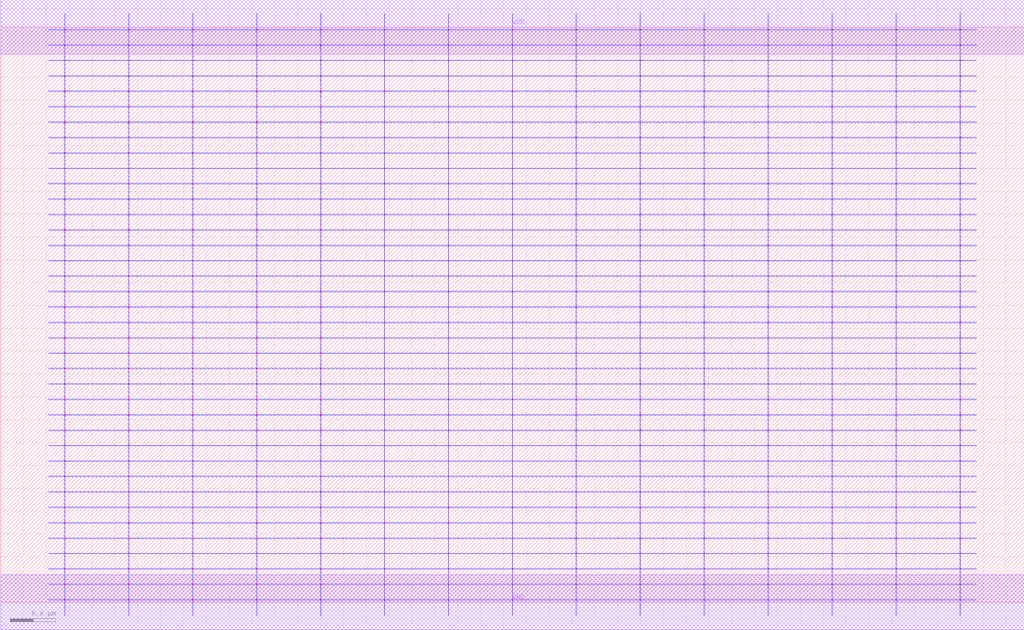
<source format=lef>
MACRO AAOI43
 CLASS CORE ;
 FOREIGN AAOI43 0 0 ;
 SIZE 8.96 BY 5.04 ;
 ORIGIN 0 0 ;
 SYMMETRY X Y R90 ;
 SITE unit ;
  PIN VDD
   DIRECTION INOUT ;
   USE POWER ;
   SHAPE ABUTMENT ;
    PORT
     CLASS CORE ;
       LAYER met1 ;
        RECT 0.00000000 4.80000000 8.96000000 5.28000000 ;
    END
  END VDD

  PIN GND
   DIRECTION INOUT ;
   USE POWER ;
   SHAPE ABUTMENT ;
    PORT
     CLASS CORE ;
       LAYER met1 ;
        RECT 0.00000000 -0.24000000 8.96000000 0.24000000 ;
    END
  END GND

 OBS
    LAYER polycont ;
     RECT 1.11600000 2.58300000 1.12400000 2.59100000 ;
     RECT 2.23600000 2.58300000 2.24400000 2.59100000 ;
     RECT 3.35600000 2.58300000 3.36400000 2.59100000 ;
     RECT 4.47600000 2.58300000 4.48400000 2.59100000 ;
     RECT 5.59600000 2.58300000 5.60400000 2.59100000 ;
     RECT 6.71600000 2.58300000 6.72400000 2.59100000 ;
     RECT 7.83600000 2.58300000 7.84400000 2.59100000 ;
     RECT 1.11600000 2.98800000 1.12400000 2.99600000 ;
     RECT 2.23600000 2.98800000 2.24400000 2.99600000 ;
     RECT 3.35600000 2.98800000 3.36400000 2.99600000 ;
     RECT 4.47600000 2.98800000 4.48400000 2.99600000 ;
     RECT 5.59600000 2.98800000 5.60400000 2.99600000 ;
     RECT 6.71600000 2.98800000 6.72400000 2.99600000 ;
     RECT 7.83600000 2.98800000 7.84400000 2.99600000 ;

    LAYER pdiffc ;
     RECT 0.55600000 3.39300000 0.56400000 3.40100000 ;
     RECT 1.67600000 3.39300000 1.68400000 3.40100000 ;
     RECT 2.79600000 3.39300000 2.80400000 3.40100000 ;
     RECT 3.91600000 3.39300000 3.92400000 3.40100000 ;
     RECT 5.03600000 3.39300000 5.04400000 3.40100000 ;
     RECT 6.15600000 3.39300000 6.16400000 3.40100000 ;
     RECT 7.27600000 3.39300000 7.28400000 3.40100000 ;
     RECT 8.39600000 3.39300000 8.40400000 3.40100000 ;
     RECT 0.55600000 3.52800000 0.56400000 3.53600000 ;
     RECT 1.67600000 3.52800000 1.68400000 3.53600000 ;
     RECT 2.79600000 3.52800000 2.80400000 3.53600000 ;
     RECT 3.91600000 3.52800000 3.92400000 3.53600000 ;
     RECT 5.03600000 3.52800000 5.04400000 3.53600000 ;
     RECT 6.15600000 3.52800000 6.16400000 3.53600000 ;
     RECT 7.27600000 3.52800000 7.28400000 3.53600000 ;
     RECT 8.39600000 3.52800000 8.40400000 3.53600000 ;
     RECT 0.55600000 3.66300000 0.56400000 3.67100000 ;
     RECT 1.67600000 3.66300000 1.68400000 3.67100000 ;
     RECT 2.79600000 3.66300000 2.80400000 3.67100000 ;
     RECT 3.91600000 3.66300000 3.92400000 3.67100000 ;
     RECT 5.03600000 3.66300000 5.04400000 3.67100000 ;
     RECT 6.15600000 3.66300000 6.16400000 3.67100000 ;
     RECT 7.27600000 3.66300000 7.28400000 3.67100000 ;
     RECT 8.39600000 3.66300000 8.40400000 3.67100000 ;
     RECT 0.55600000 3.79800000 0.56400000 3.80600000 ;
     RECT 1.67600000 3.79800000 1.68400000 3.80600000 ;
     RECT 2.79600000 3.79800000 2.80400000 3.80600000 ;
     RECT 3.91600000 3.79800000 3.92400000 3.80600000 ;
     RECT 5.03600000 3.79800000 5.04400000 3.80600000 ;
     RECT 6.15600000 3.79800000 6.16400000 3.80600000 ;
     RECT 7.27600000 3.79800000 7.28400000 3.80600000 ;
     RECT 8.39600000 3.79800000 8.40400000 3.80600000 ;
     RECT 0.55600000 3.93300000 0.56400000 3.94100000 ;
     RECT 1.67600000 3.93300000 1.68400000 3.94100000 ;
     RECT 2.79600000 3.93300000 2.80400000 3.94100000 ;
     RECT 3.91600000 3.93300000 3.92400000 3.94100000 ;
     RECT 5.03600000 3.93300000 5.04400000 3.94100000 ;
     RECT 6.15600000 3.93300000 6.16400000 3.94100000 ;
     RECT 7.27600000 3.93300000 7.28400000 3.94100000 ;
     RECT 8.39600000 3.93300000 8.40400000 3.94100000 ;
     RECT 0.55600000 4.06800000 0.56400000 4.07600000 ;
     RECT 1.67600000 4.06800000 1.68400000 4.07600000 ;
     RECT 2.79600000 4.06800000 2.80400000 4.07600000 ;
     RECT 3.91600000 4.06800000 3.92400000 4.07600000 ;
     RECT 5.03600000 4.06800000 5.04400000 4.07600000 ;
     RECT 6.15600000 4.06800000 6.16400000 4.07600000 ;
     RECT 7.27600000 4.06800000 7.28400000 4.07600000 ;
     RECT 8.39600000 4.06800000 8.40400000 4.07600000 ;
     RECT 0.55600000 4.20300000 0.56400000 4.21100000 ;
     RECT 1.67600000 4.20300000 1.68400000 4.21100000 ;
     RECT 2.79600000 4.20300000 2.80400000 4.21100000 ;
     RECT 3.91600000 4.20300000 3.92400000 4.21100000 ;
     RECT 5.03600000 4.20300000 5.04400000 4.21100000 ;
     RECT 6.15600000 4.20300000 6.16400000 4.21100000 ;
     RECT 7.27600000 4.20300000 7.28400000 4.21100000 ;
     RECT 8.39600000 4.20300000 8.40400000 4.21100000 ;
     RECT 0.55600000 4.33800000 0.56400000 4.34600000 ;
     RECT 1.67600000 4.33800000 1.68400000 4.34600000 ;
     RECT 2.79600000 4.33800000 2.80400000 4.34600000 ;
     RECT 3.91600000 4.33800000 3.92400000 4.34600000 ;
     RECT 5.03600000 4.33800000 5.04400000 4.34600000 ;
     RECT 6.15600000 4.33800000 6.16400000 4.34600000 ;
     RECT 7.27600000 4.33800000 7.28400000 4.34600000 ;
     RECT 8.39600000 4.33800000 8.40400000 4.34600000 ;
     RECT 0.55600000 4.47300000 0.56400000 4.48100000 ;
     RECT 1.67600000 4.47300000 1.68400000 4.48100000 ;
     RECT 2.79600000 4.47300000 2.80400000 4.48100000 ;
     RECT 3.91600000 4.47300000 3.92400000 4.48100000 ;
     RECT 5.03600000 4.47300000 5.04400000 4.48100000 ;
     RECT 6.15600000 4.47300000 6.16400000 4.48100000 ;
     RECT 7.27600000 4.47300000 7.28400000 4.48100000 ;
     RECT 8.39600000 4.47300000 8.40400000 4.48100000 ;
     RECT 0.55600000 4.60800000 0.56400000 4.61600000 ;
     RECT 1.67600000 4.60800000 1.68400000 4.61600000 ;
     RECT 2.79600000 4.60800000 2.80400000 4.61600000 ;
     RECT 3.91600000 4.60800000 3.92400000 4.61600000 ;
     RECT 5.03600000 4.60800000 5.04400000 4.61600000 ;
     RECT 6.15600000 4.60800000 6.16400000 4.61600000 ;
     RECT 7.27600000 4.60800000 7.28400000 4.61600000 ;
     RECT 8.39600000 4.60800000 8.40400000 4.61600000 ;

    LAYER ndiffc ;
     RECT 5.03600000 0.42300000 5.04400000 0.43100000 ;
     RECT 6.15600000 0.42300000 6.16400000 0.43100000 ;
     RECT 7.27600000 0.42300000 7.28400000 0.43100000 ;
     RECT 8.39600000 0.42300000 8.40400000 0.43100000 ;
     RECT 5.03600000 0.55800000 5.04400000 0.56600000 ;
     RECT 6.15600000 0.55800000 6.16400000 0.56600000 ;
     RECT 7.27600000 0.55800000 7.28400000 0.56600000 ;
     RECT 8.39600000 0.55800000 8.40400000 0.56600000 ;
     RECT 5.03600000 0.69300000 5.04400000 0.70100000 ;
     RECT 6.15600000 0.69300000 6.16400000 0.70100000 ;
     RECT 7.27600000 0.69300000 7.28400000 0.70100000 ;
     RECT 8.39600000 0.69300000 8.40400000 0.70100000 ;
     RECT 5.03600000 0.82800000 5.04400000 0.83600000 ;
     RECT 6.15600000 0.82800000 6.16400000 0.83600000 ;
     RECT 7.27600000 0.82800000 7.28400000 0.83600000 ;
     RECT 8.39600000 0.82800000 8.40400000 0.83600000 ;
     RECT 5.03600000 0.96300000 5.04400000 0.97100000 ;
     RECT 6.15600000 0.96300000 6.16400000 0.97100000 ;
     RECT 7.27600000 0.96300000 7.28400000 0.97100000 ;
     RECT 8.39600000 0.96300000 8.40400000 0.97100000 ;
     RECT 5.03600000 1.09800000 5.04400000 1.10600000 ;
     RECT 6.15600000 1.09800000 6.16400000 1.10600000 ;
     RECT 7.27600000 1.09800000 7.28400000 1.10600000 ;
     RECT 8.39600000 1.09800000 8.40400000 1.10600000 ;
     RECT 5.03600000 1.23300000 5.04400000 1.24100000 ;
     RECT 6.15600000 1.23300000 6.16400000 1.24100000 ;
     RECT 7.27600000 1.23300000 7.28400000 1.24100000 ;
     RECT 8.39600000 1.23300000 8.40400000 1.24100000 ;
     RECT 5.03600000 1.36800000 5.04400000 1.37600000 ;
     RECT 6.15600000 1.36800000 6.16400000 1.37600000 ;
     RECT 7.27600000 1.36800000 7.28400000 1.37600000 ;
     RECT 8.39600000 1.36800000 8.40400000 1.37600000 ;
     RECT 5.03600000 1.50300000 5.04400000 1.51100000 ;
     RECT 6.15600000 1.50300000 6.16400000 1.51100000 ;
     RECT 7.27600000 1.50300000 7.28400000 1.51100000 ;
     RECT 8.39600000 1.50300000 8.40400000 1.51100000 ;
     RECT 5.03600000 1.63800000 5.04400000 1.64600000 ;
     RECT 6.15600000 1.63800000 6.16400000 1.64600000 ;
     RECT 7.27600000 1.63800000 7.28400000 1.64600000 ;
     RECT 8.39600000 1.63800000 8.40400000 1.64600000 ;
     RECT 5.03600000 1.77300000 5.04400000 1.78100000 ;
     RECT 6.15600000 1.77300000 6.16400000 1.78100000 ;
     RECT 7.27600000 1.77300000 7.28400000 1.78100000 ;
     RECT 8.39600000 1.77300000 8.40400000 1.78100000 ;
     RECT 5.03600000 1.90800000 5.04400000 1.91600000 ;
     RECT 6.15600000 1.90800000 6.16400000 1.91600000 ;
     RECT 7.27600000 1.90800000 7.28400000 1.91600000 ;
     RECT 8.39600000 1.90800000 8.40400000 1.91600000 ;
     RECT 5.03600000 2.04300000 5.04400000 2.05100000 ;
     RECT 6.15600000 2.04300000 6.16400000 2.05100000 ;
     RECT 7.27600000 2.04300000 7.28400000 2.05100000 ;
     RECT 8.39600000 2.04300000 8.40400000 2.05100000 ;
     RECT 0.55600000 0.82800000 0.56400000 0.83600000 ;
     RECT 1.67600000 0.82800000 1.68400000 0.83600000 ;
     RECT 2.79600000 0.82800000 2.80400000 0.83600000 ;
     RECT 3.91600000 0.82800000 3.92400000 0.83600000 ;
     RECT 0.55600000 1.36800000 0.56400000 1.37600000 ;
     RECT 1.67600000 1.36800000 1.68400000 1.37600000 ;
     RECT 2.79600000 1.36800000 2.80400000 1.37600000 ;
     RECT 3.91600000 1.36800000 3.92400000 1.37600000 ;
     RECT 0.55600000 0.42300000 0.56400000 0.43100000 ;
     RECT 1.67600000 0.42300000 1.68400000 0.43100000 ;
     RECT 2.79600000 0.42300000 2.80400000 0.43100000 ;
     RECT 3.91600000 0.42300000 3.92400000 0.43100000 ;
     RECT 0.55600000 1.50300000 0.56400000 1.51100000 ;
     RECT 1.67600000 1.50300000 1.68400000 1.51100000 ;
     RECT 2.79600000 1.50300000 2.80400000 1.51100000 ;
     RECT 3.91600000 1.50300000 3.92400000 1.51100000 ;
     RECT 0.55600000 0.96300000 0.56400000 0.97100000 ;
     RECT 1.67600000 0.96300000 1.68400000 0.97100000 ;
     RECT 2.79600000 0.96300000 2.80400000 0.97100000 ;
     RECT 3.91600000 0.96300000 3.92400000 0.97100000 ;
     RECT 0.55600000 1.63800000 0.56400000 1.64600000 ;
     RECT 1.67600000 1.63800000 1.68400000 1.64600000 ;
     RECT 2.79600000 1.63800000 2.80400000 1.64600000 ;
     RECT 3.91600000 1.63800000 3.92400000 1.64600000 ;
     RECT 0.55600000 0.69300000 0.56400000 0.70100000 ;
     RECT 1.67600000 0.69300000 1.68400000 0.70100000 ;
     RECT 2.79600000 0.69300000 2.80400000 0.70100000 ;
     RECT 3.91600000 0.69300000 3.92400000 0.70100000 ;
     RECT 0.55600000 1.77300000 0.56400000 1.78100000 ;
     RECT 1.67600000 1.77300000 1.68400000 1.78100000 ;
     RECT 2.79600000 1.77300000 2.80400000 1.78100000 ;
     RECT 3.91600000 1.77300000 3.92400000 1.78100000 ;
     RECT 0.55600000 1.09800000 0.56400000 1.10600000 ;
     RECT 1.67600000 1.09800000 1.68400000 1.10600000 ;
     RECT 2.79600000 1.09800000 2.80400000 1.10600000 ;
     RECT 3.91600000 1.09800000 3.92400000 1.10600000 ;
     RECT 0.55600000 1.90800000 0.56400000 1.91600000 ;
     RECT 1.67600000 1.90800000 1.68400000 1.91600000 ;
     RECT 2.79600000 1.90800000 2.80400000 1.91600000 ;
     RECT 3.91600000 1.90800000 3.92400000 1.91600000 ;
     RECT 0.55600000 0.55800000 0.56400000 0.56600000 ;
     RECT 1.67600000 0.55800000 1.68400000 0.56600000 ;
     RECT 2.79600000 0.55800000 2.80400000 0.56600000 ;
     RECT 3.91600000 0.55800000 3.92400000 0.56600000 ;
     RECT 0.55600000 2.04300000 0.56400000 2.05100000 ;
     RECT 1.67600000 2.04300000 1.68400000 2.05100000 ;
     RECT 2.79600000 2.04300000 2.80400000 2.05100000 ;
     RECT 3.91600000 2.04300000 3.92400000 2.05100000 ;
     RECT 0.55600000 1.23300000 0.56400000 1.24100000 ;
     RECT 1.67600000 1.23300000 1.68400000 1.24100000 ;
     RECT 2.79600000 1.23300000 2.80400000 1.24100000 ;
     RECT 3.91600000 1.23300000 3.92400000 1.24100000 ;

    LAYER met1 ;
     RECT 0.00000000 -0.24000000 8.96000000 0.24000000 ;
     RECT 4.47600000 0.24000000 4.48400000 0.28800000 ;
     RECT 0.44500000 0.28800000 8.51500000 0.29600000 ;
     RECT 4.47600000 0.29600000 4.48400000 0.42300000 ;
     RECT 0.44500000 0.42300000 8.51500000 0.43100000 ;
     RECT 4.47600000 0.43100000 4.48400000 0.55800000 ;
     RECT 0.44500000 0.55800000 8.51500000 0.56600000 ;
     RECT 4.47600000 0.56600000 4.48400000 0.69300000 ;
     RECT 0.44500000 0.69300000 8.51500000 0.70100000 ;
     RECT 4.47600000 0.70100000 4.48400000 0.82800000 ;
     RECT 0.44500000 0.82800000 8.51500000 0.83600000 ;
     RECT 4.47600000 0.83600000 4.48400000 0.96300000 ;
     RECT 0.44500000 0.96300000 8.51500000 0.97100000 ;
     RECT 4.47600000 0.97100000 4.48400000 1.09800000 ;
     RECT 0.44500000 1.09800000 8.51500000 1.10600000 ;
     RECT 4.47600000 1.10600000 4.48400000 1.23300000 ;
     RECT 0.44500000 1.23300000 8.51500000 1.24100000 ;
     RECT 4.47600000 1.24100000 4.48400000 1.36800000 ;
     RECT 0.44500000 1.36800000 8.51500000 1.37600000 ;
     RECT 4.47600000 1.37600000 4.48400000 1.50300000 ;
     RECT 0.44500000 1.50300000 8.51500000 1.51100000 ;
     RECT 4.47600000 1.51100000 4.48400000 1.63800000 ;
     RECT 0.44500000 1.63800000 8.51500000 1.64600000 ;
     RECT 4.47600000 1.64600000 4.48400000 1.77300000 ;
     RECT 0.44500000 1.77300000 8.51500000 1.78100000 ;
     RECT 4.47600000 1.78100000 4.48400000 1.90800000 ;
     RECT 0.44500000 1.90800000 8.51500000 1.91600000 ;
     RECT 4.47600000 1.91600000 4.48400000 2.04300000 ;
     RECT 0.44500000 2.04300000 8.51500000 2.05100000 ;
     RECT 4.47600000 2.05100000 4.48400000 2.17800000 ;
     RECT 0.44500000 2.17800000 8.51500000 2.18600000 ;
     RECT 4.47600000 2.18600000 4.48400000 2.31300000 ;
     RECT 0.44500000 2.31300000 8.51500000 2.32100000 ;
     RECT 4.47600000 2.32100000 4.48400000 2.44800000 ;
     RECT 0.44500000 2.44800000 8.51500000 2.45600000 ;
     RECT 0.55600000 2.45600000 0.56400000 2.58300000 ;
     RECT 1.11600000 2.45600000 1.12400000 2.58300000 ;
     RECT 1.67600000 2.45600000 1.68400000 2.58300000 ;
     RECT 2.23600000 2.45600000 2.24400000 2.58300000 ;
     RECT 2.79600000 2.45600000 2.80400000 2.58300000 ;
     RECT 3.35600000 2.45600000 3.36400000 2.58300000 ;
     RECT 3.91600000 2.45600000 3.92400000 2.58300000 ;
     RECT 4.47600000 2.45600000 4.48400000 2.58300000 ;
     RECT 5.03600000 2.45600000 5.04400000 2.58300000 ;
     RECT 5.59600000 2.45600000 5.60400000 2.58300000 ;
     RECT 6.15600000 2.45600000 6.16400000 2.58300000 ;
     RECT 6.71600000 2.45600000 6.72400000 2.58300000 ;
     RECT 7.27600000 2.45600000 7.28400000 2.58300000 ;
     RECT 7.83600000 2.45600000 7.84400000 2.58300000 ;
     RECT 8.39600000 2.45600000 8.40400000 2.58300000 ;
     RECT 0.44500000 2.58300000 8.51500000 2.59100000 ;
     RECT 4.47600000 2.59100000 4.48400000 2.71800000 ;
     RECT 0.44500000 2.71800000 8.51500000 2.72600000 ;
     RECT 4.47600000 2.72600000 4.48400000 2.85300000 ;
     RECT 0.44500000 2.85300000 8.51500000 2.86100000 ;
     RECT 4.47600000 2.86100000 4.48400000 2.98800000 ;
     RECT 0.44500000 2.98800000 8.51500000 2.99600000 ;
     RECT 4.47600000 2.99600000 4.48400000 3.12300000 ;
     RECT 0.44500000 3.12300000 8.51500000 3.13100000 ;
     RECT 4.47600000 3.13100000 4.48400000 3.25800000 ;
     RECT 0.44500000 3.25800000 8.51500000 3.26600000 ;
     RECT 4.47600000 3.26600000 4.48400000 3.39300000 ;
     RECT 0.44500000 3.39300000 8.51500000 3.40100000 ;
     RECT 4.47600000 3.40100000 4.48400000 3.52800000 ;
     RECT 0.44500000 3.52800000 8.51500000 3.53600000 ;
     RECT 4.47600000 3.53600000 4.48400000 3.66300000 ;
     RECT 0.44500000 3.66300000 8.51500000 3.67100000 ;
     RECT 4.47600000 3.67100000 4.48400000 3.79800000 ;
     RECT 0.44500000 3.79800000 8.51500000 3.80600000 ;
     RECT 4.47600000 3.80600000 4.48400000 3.93300000 ;
     RECT 0.44500000 3.93300000 8.51500000 3.94100000 ;
     RECT 4.47600000 3.94100000 4.48400000 4.06800000 ;
     RECT 0.44500000 4.06800000 8.51500000 4.07600000 ;
     RECT 4.47600000 4.07600000 4.48400000 4.20300000 ;
     RECT 0.44500000 4.20300000 8.51500000 4.21100000 ;
     RECT 4.47600000 4.21100000 4.48400000 4.33800000 ;
     RECT 0.44500000 4.33800000 8.51500000 4.34600000 ;
     RECT 4.47600000 4.34600000 4.48400000 4.47300000 ;
     RECT 0.44500000 4.47300000 8.51500000 4.48100000 ;
     RECT 4.47600000 4.48100000 4.48400000 4.60800000 ;
     RECT 0.44500000 4.60800000 8.51500000 4.61600000 ;
     RECT 4.47600000 4.61600000 4.48400000 4.74300000 ;
     RECT 0.44500000 4.74300000 8.51500000 4.75100000 ;
     RECT 4.47600000 4.75100000 4.48400000 4.80000000 ;
     RECT 0.00000000 4.80000000 8.96000000 5.28000000 ;
     RECT 6.71600000 3.13100000 6.72400000 3.25800000 ;
     RECT 6.71600000 3.26600000 6.72400000 3.39300000 ;
     RECT 6.71600000 3.40100000 6.72400000 3.52800000 ;
     RECT 6.71600000 2.72600000 6.72400000 2.85300000 ;
     RECT 6.71600000 3.53600000 6.72400000 3.66300000 ;
     RECT 6.71600000 3.67100000 6.72400000 3.79800000 ;
     RECT 6.71600000 2.59100000 6.72400000 2.71800000 ;
     RECT 5.03600000 3.80600000 5.04400000 3.93300000 ;
     RECT 5.59600000 3.80600000 5.60400000 3.93300000 ;
     RECT 6.15600000 3.80600000 6.16400000 3.93300000 ;
     RECT 6.71600000 3.80600000 6.72400000 3.93300000 ;
     RECT 7.27600000 3.80600000 7.28400000 3.93300000 ;
     RECT 7.83600000 3.80600000 7.84400000 3.93300000 ;
     RECT 8.39600000 3.80600000 8.40400000 3.93300000 ;
     RECT 6.71600000 3.94100000 6.72400000 4.06800000 ;
     RECT 6.71600000 2.86100000 6.72400000 2.98800000 ;
     RECT 6.71600000 4.07600000 6.72400000 4.20300000 ;
     RECT 6.71600000 4.21100000 6.72400000 4.33800000 ;
     RECT 6.71600000 4.34600000 6.72400000 4.47300000 ;
     RECT 6.71600000 4.48100000 6.72400000 4.60800000 ;
     RECT 6.71600000 4.61600000 6.72400000 4.74300000 ;
     RECT 6.71600000 2.99600000 6.72400000 3.12300000 ;
     RECT 6.71600000 4.75100000 6.72400000 4.80000000 ;
     RECT 8.39600000 3.94100000 8.40400000 4.06800000 ;
     RECT 7.27600000 4.21100000 7.28400000 4.33800000 ;
     RECT 7.83600000 4.21100000 7.84400000 4.33800000 ;
     RECT 8.39600000 4.21100000 8.40400000 4.33800000 ;
     RECT 7.27600000 3.94100000 7.28400000 4.06800000 ;
     RECT 7.27600000 4.34600000 7.28400000 4.47300000 ;
     RECT 7.83600000 4.34600000 7.84400000 4.47300000 ;
     RECT 8.39600000 4.34600000 8.40400000 4.47300000 ;
     RECT 7.83600000 3.94100000 7.84400000 4.06800000 ;
     RECT 7.27600000 4.48100000 7.28400000 4.60800000 ;
     RECT 7.83600000 4.48100000 7.84400000 4.60800000 ;
     RECT 8.39600000 4.48100000 8.40400000 4.60800000 ;
     RECT 7.27600000 4.07600000 7.28400000 4.20300000 ;
     RECT 7.27600000 4.61600000 7.28400000 4.74300000 ;
     RECT 7.83600000 4.61600000 7.84400000 4.74300000 ;
     RECT 8.39600000 4.61600000 8.40400000 4.74300000 ;
     RECT 7.83600000 4.07600000 7.84400000 4.20300000 ;
     RECT 8.39600000 4.07600000 8.40400000 4.20300000 ;
     RECT 7.27600000 4.75100000 7.28400000 4.80000000 ;
     RECT 7.83600000 4.75100000 7.84400000 4.80000000 ;
     RECT 8.39600000 4.75100000 8.40400000 4.80000000 ;
     RECT 5.59600000 4.48100000 5.60400000 4.60800000 ;
     RECT 6.15600000 4.48100000 6.16400000 4.60800000 ;
     RECT 6.15600000 4.21100000 6.16400000 4.33800000 ;
     RECT 5.59600000 4.07600000 5.60400000 4.20300000 ;
     RECT 6.15600000 4.07600000 6.16400000 4.20300000 ;
     RECT 6.15600000 3.94100000 6.16400000 4.06800000 ;
     RECT 5.03600000 4.61600000 5.04400000 4.74300000 ;
     RECT 5.59600000 4.61600000 5.60400000 4.74300000 ;
     RECT 6.15600000 4.61600000 6.16400000 4.74300000 ;
     RECT 5.03600000 3.94100000 5.04400000 4.06800000 ;
     RECT 5.03600000 4.34600000 5.04400000 4.47300000 ;
     RECT 5.59600000 4.34600000 5.60400000 4.47300000 ;
     RECT 6.15600000 4.34600000 6.16400000 4.47300000 ;
     RECT 5.59600000 3.94100000 5.60400000 4.06800000 ;
     RECT 5.03600000 4.75100000 5.04400000 4.80000000 ;
     RECT 5.59600000 4.75100000 5.60400000 4.80000000 ;
     RECT 6.15600000 4.75100000 6.16400000 4.80000000 ;
     RECT 5.03600000 4.07600000 5.04400000 4.20300000 ;
     RECT 5.03600000 4.21100000 5.04400000 4.33800000 ;
     RECT 5.59600000 4.21100000 5.60400000 4.33800000 ;
     RECT 5.03600000 4.48100000 5.04400000 4.60800000 ;
     RECT 5.03600000 3.53600000 5.04400000 3.66300000 ;
     RECT 5.59600000 3.53600000 5.60400000 3.66300000 ;
     RECT 5.03600000 2.99600000 5.04400000 3.12300000 ;
     RECT 6.15600000 3.53600000 6.16400000 3.66300000 ;
     RECT 6.15600000 2.86100000 6.16400000 2.98800000 ;
     RECT 5.03600000 2.59100000 5.04400000 2.71800000 ;
     RECT 5.03600000 3.67100000 5.04400000 3.79800000 ;
     RECT 5.59600000 3.67100000 5.60400000 3.79800000 ;
     RECT 6.15600000 3.67100000 6.16400000 3.79800000 ;
     RECT 5.59600000 2.59100000 5.60400000 2.71800000 ;
     RECT 5.59600000 2.99600000 5.60400000 3.12300000 ;
     RECT 6.15600000 2.99600000 6.16400000 3.12300000 ;
     RECT 6.15600000 2.59100000 6.16400000 2.71800000 ;
     RECT 5.03600000 2.72600000 5.04400000 2.85300000 ;
     RECT 5.03600000 3.26600000 5.04400000 3.39300000 ;
     RECT 5.59600000 3.26600000 5.60400000 3.39300000 ;
     RECT 6.15600000 3.26600000 6.16400000 3.39300000 ;
     RECT 5.03600000 3.13100000 5.04400000 3.25800000 ;
     RECT 5.59600000 2.72600000 5.60400000 2.85300000 ;
     RECT 6.15600000 2.72600000 6.16400000 2.85300000 ;
     RECT 5.03600000 3.40100000 5.04400000 3.52800000 ;
     RECT 5.03600000 2.86100000 5.04400000 2.98800000 ;
     RECT 5.59600000 2.86100000 5.60400000 2.98800000 ;
     RECT 5.59600000 3.40100000 5.60400000 3.52800000 ;
     RECT 6.15600000 3.40100000 6.16400000 3.52800000 ;
     RECT 5.59600000 3.13100000 5.60400000 3.25800000 ;
     RECT 6.15600000 3.13100000 6.16400000 3.25800000 ;
     RECT 8.39600000 3.40100000 8.40400000 3.52800000 ;
     RECT 7.83600000 3.26600000 7.84400000 3.39300000 ;
     RECT 7.27600000 2.72600000 7.28400000 2.85300000 ;
     RECT 8.39600000 3.26600000 8.40400000 3.39300000 ;
     RECT 8.39600000 2.99600000 8.40400000 3.12300000 ;
     RECT 7.27600000 3.13100000 7.28400000 3.25800000 ;
     RECT 7.27600000 2.86100000 7.28400000 2.98800000 ;
     RECT 7.83600000 2.86100000 7.84400000 2.98800000 ;
     RECT 7.83600000 3.13100000 7.84400000 3.25800000 ;
     RECT 7.27600000 3.53600000 7.28400000 3.66300000 ;
     RECT 7.83600000 3.53600000 7.84400000 3.66300000 ;
     RECT 8.39600000 3.53600000 8.40400000 3.66300000 ;
     RECT 7.83600000 2.72600000 7.84400000 2.85300000 ;
     RECT 8.39600000 2.72600000 8.40400000 2.85300000 ;
     RECT 8.39600000 3.13100000 8.40400000 3.25800000 ;
     RECT 8.39600000 2.86100000 8.40400000 2.98800000 ;
     RECT 7.27600000 2.59100000 7.28400000 2.71800000 ;
     RECT 8.39600000 2.59100000 8.40400000 2.71800000 ;
     RECT 7.27600000 2.99600000 7.28400000 3.12300000 ;
     RECT 7.27600000 3.26600000 7.28400000 3.39300000 ;
     RECT 7.27600000 3.40100000 7.28400000 3.52800000 ;
     RECT 7.27600000 3.67100000 7.28400000 3.79800000 ;
     RECT 7.83600000 3.67100000 7.84400000 3.79800000 ;
     RECT 8.39600000 3.67100000 8.40400000 3.79800000 ;
     RECT 7.83600000 3.40100000 7.84400000 3.52800000 ;
     RECT 7.83600000 2.59100000 7.84400000 2.71800000 ;
     RECT 7.83600000 2.99600000 7.84400000 3.12300000 ;
     RECT 2.23600000 3.26600000 2.24400000 3.39300000 ;
     RECT 2.23600000 2.59100000 2.24400000 2.71800000 ;
     RECT 2.23600000 3.94100000 2.24400000 4.06800000 ;
     RECT 2.23600000 2.99600000 2.24400000 3.12300000 ;
     RECT 2.23600000 4.07600000 2.24400000 4.20300000 ;
     RECT 2.23600000 3.40100000 2.24400000 3.52800000 ;
     RECT 2.23600000 4.21100000 2.24400000 4.33800000 ;
     RECT 2.23600000 3.53600000 2.24400000 3.66300000 ;
     RECT 2.23600000 4.34600000 2.24400000 4.47300000 ;
     RECT 2.23600000 2.86100000 2.24400000 2.98800000 ;
     RECT 2.23600000 3.13100000 2.24400000 3.25800000 ;
     RECT 2.23600000 4.48100000 2.24400000 4.60800000 ;
     RECT 2.23600000 3.67100000 2.24400000 3.79800000 ;
     RECT 2.23600000 4.61600000 2.24400000 4.74300000 ;
     RECT 2.23600000 2.72600000 2.24400000 2.85300000 ;
     RECT 2.23600000 4.75100000 2.24400000 4.80000000 ;
     RECT 0.55600000 3.80600000 0.56400000 3.93300000 ;
     RECT 1.11600000 3.80600000 1.12400000 3.93300000 ;
     RECT 1.67600000 3.80600000 1.68400000 3.93300000 ;
     RECT 2.23600000 3.80600000 2.24400000 3.93300000 ;
     RECT 2.79600000 3.80600000 2.80400000 3.93300000 ;
     RECT 3.35600000 3.80600000 3.36400000 3.93300000 ;
     RECT 3.91600000 3.80600000 3.92400000 3.93300000 ;
     RECT 3.91600000 3.94100000 3.92400000 4.06800000 ;
     RECT 2.79600000 4.48100000 2.80400000 4.60800000 ;
     RECT 3.35600000 4.48100000 3.36400000 4.60800000 ;
     RECT 3.91600000 4.48100000 3.92400000 4.60800000 ;
     RECT 2.79600000 3.94100000 2.80400000 4.06800000 ;
     RECT 2.79600000 4.21100000 2.80400000 4.33800000 ;
     RECT 2.79600000 4.61600000 2.80400000 4.74300000 ;
     RECT 3.35600000 4.61600000 3.36400000 4.74300000 ;
     RECT 3.91600000 4.61600000 3.92400000 4.74300000 ;
     RECT 3.35600000 4.21100000 3.36400000 4.33800000 ;
     RECT 3.91600000 4.21100000 3.92400000 4.33800000 ;
     RECT 2.79600000 4.75100000 2.80400000 4.80000000 ;
     RECT 3.35600000 4.75100000 3.36400000 4.80000000 ;
     RECT 3.91600000 4.75100000 3.92400000 4.80000000 ;
     RECT 3.35600000 3.94100000 3.36400000 4.06800000 ;
     RECT 2.79600000 4.07600000 2.80400000 4.20300000 ;
     RECT 2.79600000 4.34600000 2.80400000 4.47300000 ;
     RECT 3.35600000 4.34600000 3.36400000 4.47300000 ;
     RECT 3.91600000 4.34600000 3.92400000 4.47300000 ;
     RECT 3.35600000 4.07600000 3.36400000 4.20300000 ;
     RECT 3.91600000 4.07600000 3.92400000 4.20300000 ;
     RECT 1.11600000 4.61600000 1.12400000 4.74300000 ;
     RECT 1.67600000 4.61600000 1.68400000 4.74300000 ;
     RECT 1.67600000 4.34600000 1.68400000 4.47300000 ;
     RECT 1.11600000 4.07600000 1.12400000 4.20300000 ;
     RECT 0.55600000 4.21100000 0.56400000 4.33800000 ;
     RECT 1.11600000 4.21100000 1.12400000 4.33800000 ;
     RECT 1.67600000 4.21100000 1.68400000 4.33800000 ;
     RECT 0.55600000 4.75100000 0.56400000 4.80000000 ;
     RECT 1.11600000 4.75100000 1.12400000 4.80000000 ;
     RECT 1.67600000 4.75100000 1.68400000 4.80000000 ;
     RECT 1.67600000 4.07600000 1.68400000 4.20300000 ;
     RECT 1.67600000 3.94100000 1.68400000 4.06800000 ;
     RECT 0.55600000 4.48100000 0.56400000 4.60800000 ;
     RECT 1.11600000 4.48100000 1.12400000 4.60800000 ;
     RECT 1.67600000 4.48100000 1.68400000 4.60800000 ;
     RECT 0.55600000 3.94100000 0.56400000 4.06800000 ;
     RECT 1.11600000 3.94100000 1.12400000 4.06800000 ;
     RECT 0.55600000 4.07600000 0.56400000 4.20300000 ;
     RECT 0.55600000 4.34600000 0.56400000 4.47300000 ;
     RECT 1.11600000 4.34600000 1.12400000 4.47300000 ;
     RECT 0.55600000 4.61600000 0.56400000 4.74300000 ;
     RECT 0.55600000 2.99600000 0.56400000 3.12300000 ;
     RECT 0.55600000 3.40100000 0.56400000 3.52800000 ;
     RECT 1.11600000 3.40100000 1.12400000 3.52800000 ;
     RECT 1.67600000 3.40100000 1.68400000 3.52800000 ;
     RECT 1.11600000 2.99600000 1.12400000 3.12300000 ;
     RECT 1.67600000 2.99600000 1.68400000 3.12300000 ;
     RECT 0.55600000 2.59100000 0.56400000 2.71800000 ;
     RECT 1.67600000 2.72600000 1.68400000 2.85300000 ;
     RECT 0.55600000 3.13100000 0.56400000 3.25800000 ;
     RECT 1.67600000 2.59100000 1.68400000 2.71800000 ;
     RECT 0.55600000 3.26600000 0.56400000 3.39300000 ;
     RECT 1.11600000 3.13100000 1.12400000 3.25800000 ;
     RECT 1.67600000 3.13100000 1.68400000 3.25800000 ;
     RECT 1.11600000 2.72600000 1.12400000 2.85300000 ;
     RECT 0.55600000 2.86100000 0.56400000 2.98800000 ;
     RECT 1.11600000 2.86100000 1.12400000 2.98800000 ;
     RECT 1.67600000 2.86100000 1.68400000 2.98800000 ;
     RECT 0.55600000 3.53600000 0.56400000 3.66300000 ;
     RECT 1.11600000 3.53600000 1.12400000 3.66300000 ;
     RECT 1.67600000 3.53600000 1.68400000 3.66300000 ;
     RECT 1.11600000 2.59100000 1.12400000 2.71800000 ;
     RECT 0.55600000 3.67100000 0.56400000 3.79800000 ;
     RECT 1.11600000 3.67100000 1.12400000 3.79800000 ;
     RECT 1.67600000 3.67100000 1.68400000 3.79800000 ;
     RECT 0.55600000 2.72600000 0.56400000 2.85300000 ;
     RECT 1.11600000 3.26600000 1.12400000 3.39300000 ;
     RECT 1.67600000 3.26600000 1.68400000 3.39300000 ;
     RECT 3.35600000 3.13100000 3.36400000 3.25800000 ;
     RECT 2.79600000 3.53600000 2.80400000 3.66300000 ;
     RECT 3.35600000 2.86100000 3.36400000 2.98800000 ;
     RECT 3.91600000 2.86100000 3.92400000 2.98800000 ;
     RECT 3.35600000 2.59100000 3.36400000 2.71800000 ;
     RECT 2.79600000 3.40100000 2.80400000 3.52800000 ;
     RECT 2.79600000 2.72600000 2.80400000 2.85300000 ;
     RECT 3.35600000 2.72600000 3.36400000 2.85300000 ;
     RECT 3.91600000 2.72600000 3.92400000 2.85300000 ;
     RECT 3.35600000 3.40100000 3.36400000 3.52800000 ;
     RECT 3.91600000 3.40100000 3.92400000 3.52800000 ;
     RECT 3.91600000 2.99600000 3.92400000 3.12300000 ;
     RECT 3.91600000 2.59100000 3.92400000 2.71800000 ;
     RECT 3.91600000 3.13100000 3.92400000 3.25800000 ;
     RECT 2.79600000 2.86100000 2.80400000 2.98800000 ;
     RECT 3.35600000 3.26600000 3.36400000 3.39300000 ;
     RECT 3.35600000 3.53600000 3.36400000 3.66300000 ;
     RECT 3.91600000 3.53600000 3.92400000 3.66300000 ;
     RECT 2.79600000 2.99600000 2.80400000 3.12300000 ;
     RECT 2.79600000 3.67100000 2.80400000 3.79800000 ;
     RECT 3.35600000 3.67100000 3.36400000 3.79800000 ;
     RECT 3.91600000 3.67100000 3.92400000 3.79800000 ;
     RECT 3.35600000 2.99600000 3.36400000 3.12300000 ;
     RECT 3.91600000 3.26600000 3.92400000 3.39300000 ;
     RECT 2.79600000 3.26600000 2.80400000 3.39300000 ;
     RECT 2.79600000 2.59100000 2.80400000 2.71800000 ;
     RECT 2.79600000 3.13100000 2.80400000 3.25800000 ;
     RECT 2.23600000 1.37600000 2.24400000 1.50300000 ;
     RECT 2.23600000 1.51100000 2.24400000 1.63800000 ;
     RECT 2.23600000 0.43100000 2.24400000 0.55800000 ;
     RECT 2.23600000 1.64600000 2.24400000 1.77300000 ;
     RECT 2.23600000 1.78100000 2.24400000 1.90800000 ;
     RECT 2.23600000 1.91600000 2.24400000 2.04300000 ;
     RECT 2.23600000 2.05100000 2.24400000 2.17800000 ;
     RECT 2.23600000 2.18600000 2.24400000 2.31300000 ;
     RECT 2.23600000 0.56600000 2.24400000 0.69300000 ;
     RECT 2.23600000 2.32100000 2.24400000 2.44800000 ;
     RECT 2.23600000 0.70100000 2.24400000 0.82800000 ;
     RECT 2.23600000 0.83600000 2.24400000 0.96300000 ;
     RECT 2.23600000 0.97100000 2.24400000 1.09800000 ;
     RECT 2.23600000 0.29600000 2.24400000 0.42300000 ;
     RECT 0.55600000 1.10600000 0.56400000 1.23300000 ;
     RECT 1.11600000 1.10600000 1.12400000 1.23300000 ;
     RECT 1.67600000 1.10600000 1.68400000 1.23300000 ;
     RECT 2.23600000 1.10600000 2.24400000 1.23300000 ;
     RECT 2.79600000 1.10600000 2.80400000 1.23300000 ;
     RECT 3.35600000 1.10600000 3.36400000 1.23300000 ;
     RECT 3.91600000 1.10600000 3.92400000 1.23300000 ;
     RECT 2.23600000 1.24100000 2.24400000 1.36800000 ;
     RECT 2.23600000 0.24000000 2.24400000 0.28800000 ;
     RECT 3.35600000 2.05100000 3.36400000 2.17800000 ;
     RECT 3.91600000 2.05100000 3.92400000 2.17800000 ;
     RECT 3.91600000 1.51100000 3.92400000 1.63800000 ;
     RECT 2.79600000 2.18600000 2.80400000 2.31300000 ;
     RECT 3.35600000 2.18600000 3.36400000 2.31300000 ;
     RECT 3.91600000 2.18600000 3.92400000 2.31300000 ;
     RECT 3.35600000 1.37600000 3.36400000 1.50300000 ;
     RECT 3.91600000 1.37600000 3.92400000 1.50300000 ;
     RECT 2.79600000 2.32100000 2.80400000 2.44800000 ;
     RECT 3.35600000 2.32100000 3.36400000 2.44800000 ;
     RECT 3.91600000 2.32100000 3.92400000 2.44800000 ;
     RECT 2.79600000 1.64600000 2.80400000 1.77300000 ;
     RECT 3.35600000 1.64600000 3.36400000 1.77300000 ;
     RECT 3.91600000 1.64600000 3.92400000 1.77300000 ;
     RECT 2.79600000 1.37600000 2.80400000 1.50300000 ;
     RECT 2.79600000 1.78100000 2.80400000 1.90800000 ;
     RECT 3.35600000 1.78100000 3.36400000 1.90800000 ;
     RECT 3.91600000 1.78100000 3.92400000 1.90800000 ;
     RECT 2.79600000 1.51100000 2.80400000 1.63800000 ;
     RECT 2.79600000 1.91600000 2.80400000 2.04300000 ;
     RECT 3.35600000 1.91600000 3.36400000 2.04300000 ;
     RECT 3.91600000 1.91600000 3.92400000 2.04300000 ;
     RECT 3.35600000 1.51100000 3.36400000 1.63800000 ;
     RECT 2.79600000 1.24100000 2.80400000 1.36800000 ;
     RECT 3.35600000 1.24100000 3.36400000 1.36800000 ;
     RECT 3.91600000 1.24100000 3.92400000 1.36800000 ;
     RECT 2.79600000 2.05100000 2.80400000 2.17800000 ;
     RECT 1.67600000 2.32100000 1.68400000 2.44800000 ;
     RECT 0.55600000 1.64600000 0.56400000 1.77300000 ;
     RECT 0.55600000 1.78100000 0.56400000 1.90800000 ;
     RECT 1.11600000 1.78100000 1.12400000 1.90800000 ;
     RECT 0.55600000 2.05100000 0.56400000 2.17800000 ;
     RECT 1.11600000 2.05100000 1.12400000 2.17800000 ;
     RECT 1.67600000 2.05100000 1.68400000 2.17800000 ;
     RECT 1.67600000 1.78100000 1.68400000 1.90800000 ;
     RECT 1.11600000 1.64600000 1.12400000 1.77300000 ;
     RECT 1.67600000 1.64600000 1.68400000 1.77300000 ;
     RECT 1.67600000 1.51100000 1.68400000 1.63800000 ;
     RECT 0.55600000 2.18600000 0.56400000 2.31300000 ;
     RECT 1.11600000 2.18600000 1.12400000 2.31300000 ;
     RECT 1.67600000 2.18600000 1.68400000 2.31300000 ;
     RECT 0.55600000 1.51100000 0.56400000 1.63800000 ;
     RECT 0.55600000 1.91600000 0.56400000 2.04300000 ;
     RECT 0.55600000 1.24100000 0.56400000 1.36800000 ;
     RECT 1.11600000 1.24100000 1.12400000 1.36800000 ;
     RECT 1.67600000 1.24100000 1.68400000 1.36800000 ;
     RECT 1.11600000 1.91600000 1.12400000 2.04300000 ;
     RECT 1.67600000 1.91600000 1.68400000 2.04300000 ;
     RECT 1.11600000 1.51100000 1.12400000 1.63800000 ;
     RECT 0.55600000 2.32100000 0.56400000 2.44800000 ;
     RECT 1.11600000 2.32100000 1.12400000 2.44800000 ;
     RECT 0.55600000 1.37600000 0.56400000 1.50300000 ;
     RECT 1.11600000 1.37600000 1.12400000 1.50300000 ;
     RECT 1.67600000 1.37600000 1.68400000 1.50300000 ;
     RECT 1.67600000 0.56600000 1.68400000 0.69300000 ;
     RECT 0.55600000 0.56600000 0.56400000 0.69300000 ;
     RECT 0.55600000 0.43100000 0.56400000 0.55800000 ;
     RECT 1.67600000 0.43100000 1.68400000 0.55800000 ;
     RECT 0.55600000 0.24000000 0.56400000 0.28800000 ;
     RECT 0.55600000 0.70100000 0.56400000 0.82800000 ;
     RECT 1.11600000 0.70100000 1.12400000 0.82800000 ;
     RECT 1.67600000 0.70100000 1.68400000 0.82800000 ;
     RECT 1.11600000 0.43100000 1.12400000 0.55800000 ;
     RECT 1.11600000 0.24000000 1.12400000 0.28800000 ;
     RECT 0.55600000 0.29600000 0.56400000 0.42300000 ;
     RECT 0.55600000 0.83600000 0.56400000 0.96300000 ;
     RECT 1.11600000 0.83600000 1.12400000 0.96300000 ;
     RECT 1.67600000 0.83600000 1.68400000 0.96300000 ;
     RECT 1.11600000 0.56600000 1.12400000 0.69300000 ;
     RECT 1.11600000 0.29600000 1.12400000 0.42300000 ;
     RECT 1.67600000 0.24000000 1.68400000 0.28800000 ;
     RECT 1.67600000 0.29600000 1.68400000 0.42300000 ;
     RECT 0.55600000 0.97100000 0.56400000 1.09800000 ;
     RECT 1.11600000 0.97100000 1.12400000 1.09800000 ;
     RECT 1.67600000 0.97100000 1.68400000 1.09800000 ;
     RECT 3.35600000 0.56600000 3.36400000 0.69300000 ;
     RECT 3.91600000 0.56600000 3.92400000 0.69300000 ;
     RECT 3.91600000 0.24000000 3.92400000 0.28800000 ;
     RECT 3.35600000 0.24000000 3.36400000 0.28800000 ;
     RECT 2.79600000 0.24000000 2.80400000 0.28800000 ;
     RECT 2.79600000 0.83600000 2.80400000 0.96300000 ;
     RECT 3.35600000 0.83600000 3.36400000 0.96300000 ;
     RECT 3.35600000 0.29600000 3.36400000 0.42300000 ;
     RECT 3.91600000 0.29600000 3.92400000 0.42300000 ;
     RECT 3.91600000 0.83600000 3.92400000 0.96300000 ;
     RECT 3.35600000 0.43100000 3.36400000 0.55800000 ;
     RECT 2.79600000 0.43100000 2.80400000 0.55800000 ;
     RECT 2.79600000 0.56600000 2.80400000 0.69300000 ;
     RECT 2.79600000 0.70100000 2.80400000 0.82800000 ;
     RECT 3.35600000 0.70100000 3.36400000 0.82800000 ;
     RECT 3.91600000 0.70100000 3.92400000 0.82800000 ;
     RECT 2.79600000 0.97100000 2.80400000 1.09800000 ;
     RECT 3.35600000 0.97100000 3.36400000 1.09800000 ;
     RECT 3.91600000 0.97100000 3.92400000 1.09800000 ;
     RECT 3.91600000 0.43100000 3.92400000 0.55800000 ;
     RECT 2.79600000 0.29600000 2.80400000 0.42300000 ;
     RECT 6.71600000 1.78100000 6.72400000 1.90800000 ;
     RECT 5.03600000 1.10600000 5.04400000 1.23300000 ;
     RECT 5.59600000 1.10600000 5.60400000 1.23300000 ;
     RECT 6.15600000 1.10600000 6.16400000 1.23300000 ;
     RECT 6.71600000 1.10600000 6.72400000 1.23300000 ;
     RECT 7.27600000 1.10600000 7.28400000 1.23300000 ;
     RECT 6.71600000 1.91600000 6.72400000 2.04300000 ;
     RECT 7.83600000 1.10600000 7.84400000 1.23300000 ;
     RECT 8.39600000 1.10600000 8.40400000 1.23300000 ;
     RECT 6.71600000 0.43100000 6.72400000 0.55800000 ;
     RECT 6.71600000 0.70100000 6.72400000 0.82800000 ;
     RECT 6.71600000 2.05100000 6.72400000 2.17800000 ;
     RECT 6.71600000 1.24100000 6.72400000 1.36800000 ;
     RECT 6.71600000 2.18600000 6.72400000 2.31300000 ;
     RECT 6.71600000 0.29600000 6.72400000 0.42300000 ;
     RECT 6.71600000 2.32100000 6.72400000 2.44800000 ;
     RECT 6.71600000 1.37600000 6.72400000 1.50300000 ;
     RECT 6.71600000 0.83600000 6.72400000 0.96300000 ;
     RECT 6.71600000 0.24000000 6.72400000 0.28800000 ;
     RECT 6.71600000 1.51100000 6.72400000 1.63800000 ;
     RECT 6.71600000 0.56600000 6.72400000 0.69300000 ;
     RECT 6.71600000 1.64600000 6.72400000 1.77300000 ;
     RECT 6.71600000 0.97100000 6.72400000 1.09800000 ;
     RECT 7.83600000 1.24100000 7.84400000 1.36800000 ;
     RECT 8.39600000 1.24100000 8.40400000 1.36800000 ;
     RECT 7.27600000 1.78100000 7.28400000 1.90800000 ;
     RECT 7.27600000 2.18600000 7.28400000 2.31300000 ;
     RECT 7.83600000 2.18600000 7.84400000 2.31300000 ;
     RECT 8.39600000 2.18600000 8.40400000 2.31300000 ;
     RECT 7.83600000 1.78100000 7.84400000 1.90800000 ;
     RECT 8.39600000 1.78100000 8.40400000 1.90800000 ;
     RECT 7.27600000 2.32100000 7.28400000 2.44800000 ;
     RECT 7.83600000 2.32100000 7.84400000 2.44800000 ;
     RECT 8.39600000 2.32100000 8.40400000 2.44800000 ;
     RECT 7.27600000 1.91600000 7.28400000 2.04300000 ;
     RECT 7.27600000 1.37600000 7.28400000 1.50300000 ;
     RECT 7.83600000 1.37600000 7.84400000 1.50300000 ;
     RECT 8.39600000 1.37600000 8.40400000 1.50300000 ;
     RECT 7.83600000 1.91600000 7.84400000 2.04300000 ;
     RECT 7.27600000 2.05100000 7.28400000 2.17800000 ;
     RECT 7.83600000 2.05100000 7.84400000 2.17800000 ;
     RECT 7.27600000 1.51100000 7.28400000 1.63800000 ;
     RECT 7.83600000 1.51100000 7.84400000 1.63800000 ;
     RECT 8.39600000 1.51100000 8.40400000 1.63800000 ;
     RECT 8.39600000 2.05100000 8.40400000 2.17800000 ;
     RECT 8.39600000 1.91600000 8.40400000 2.04300000 ;
     RECT 7.27600000 1.64600000 7.28400000 1.77300000 ;
     RECT 7.83600000 1.64600000 7.84400000 1.77300000 ;
     RECT 8.39600000 1.64600000 8.40400000 1.77300000 ;
     RECT 7.27600000 1.24100000 7.28400000 1.36800000 ;
     RECT 5.59600000 1.37600000 5.60400000 1.50300000 ;
     RECT 6.15600000 1.37600000 6.16400000 1.50300000 ;
     RECT 5.03600000 2.18600000 5.04400000 2.31300000 ;
     RECT 5.59600000 2.18600000 5.60400000 2.31300000 ;
     RECT 6.15600000 2.18600000 6.16400000 2.31300000 ;
     RECT 5.59600000 1.91600000 5.60400000 2.04300000 ;
     RECT 5.03600000 2.05100000 5.04400000 2.17800000 ;
     RECT 5.03600000 1.24100000 5.04400000 1.36800000 ;
     RECT 5.03600000 1.51100000 5.04400000 1.63800000 ;
     RECT 5.59600000 1.51100000 5.60400000 1.63800000 ;
     RECT 6.15600000 1.51100000 6.16400000 1.63800000 ;
     RECT 5.59600000 1.24100000 5.60400000 1.36800000 ;
     RECT 6.15600000 1.24100000 6.16400000 1.36800000 ;
     RECT 5.03600000 2.32100000 5.04400000 2.44800000 ;
     RECT 5.59600000 2.32100000 5.60400000 2.44800000 ;
     RECT 6.15600000 2.32100000 6.16400000 2.44800000 ;
     RECT 5.03600000 1.64600000 5.04400000 1.77300000 ;
     RECT 5.59600000 1.64600000 5.60400000 1.77300000 ;
     RECT 6.15600000 1.64600000 6.16400000 1.77300000 ;
     RECT 5.59600000 2.05100000 5.60400000 2.17800000 ;
     RECT 6.15600000 2.05100000 6.16400000 2.17800000 ;
     RECT 6.15600000 1.91600000 6.16400000 2.04300000 ;
     RECT 5.03600000 1.91600000 5.04400000 2.04300000 ;
     RECT 5.03600000 1.37600000 5.04400000 1.50300000 ;
     RECT 5.03600000 1.78100000 5.04400000 1.90800000 ;
     RECT 5.59600000 1.78100000 5.60400000 1.90800000 ;
     RECT 6.15600000 1.78100000 6.16400000 1.90800000 ;
     RECT 5.03600000 0.56600000 5.04400000 0.69300000 ;
     RECT 5.59600000 0.56600000 5.60400000 0.69300000 ;
     RECT 6.15600000 0.56600000 6.16400000 0.69300000 ;
     RECT 5.59600000 0.70100000 5.60400000 0.82800000 ;
     RECT 5.03600000 0.97100000 5.04400000 1.09800000 ;
     RECT 5.59600000 0.97100000 5.60400000 1.09800000 ;
     RECT 6.15600000 0.97100000 6.16400000 1.09800000 ;
     RECT 5.59600000 0.83600000 5.60400000 0.96300000 ;
     RECT 6.15600000 0.83600000 6.16400000 0.96300000 ;
     RECT 6.15600000 0.70100000 6.16400000 0.82800000 ;
     RECT 6.15600000 0.43100000 6.16400000 0.55800000 ;
     RECT 6.15600000 0.29600000 6.16400000 0.42300000 ;
     RECT 5.59600000 0.29600000 5.60400000 0.42300000 ;
     RECT 6.15600000 0.24000000 6.16400000 0.28800000 ;
     RECT 5.03600000 0.83600000 5.04400000 0.96300000 ;
     RECT 5.03600000 0.24000000 5.04400000 0.28800000 ;
     RECT 5.59600000 0.24000000 5.60400000 0.28800000 ;
     RECT 5.03600000 0.29600000 5.04400000 0.42300000 ;
     RECT 5.03600000 0.43100000 5.04400000 0.55800000 ;
     RECT 5.59600000 0.43100000 5.60400000 0.55800000 ;
     RECT 5.03600000 0.70100000 5.04400000 0.82800000 ;
     RECT 7.27600000 0.24000000 7.28400000 0.28800000 ;
     RECT 7.83600000 0.24000000 7.84400000 0.28800000 ;
     RECT 7.83600000 0.43100000 7.84400000 0.55800000 ;
     RECT 8.39600000 0.43100000 8.40400000 0.55800000 ;
     RECT 8.39600000 0.70100000 8.40400000 0.82800000 ;
     RECT 7.27600000 0.43100000 7.28400000 0.55800000 ;
     RECT 7.27600000 0.29600000 7.28400000 0.42300000 ;
     RECT 7.83600000 0.29600000 7.84400000 0.42300000 ;
     RECT 8.39600000 0.29600000 8.40400000 0.42300000 ;
     RECT 7.83600000 0.70100000 7.84400000 0.82800000 ;
     RECT 7.27600000 0.97100000 7.28400000 1.09800000 ;
     RECT 7.83600000 0.97100000 7.84400000 1.09800000 ;
     RECT 8.39600000 0.97100000 8.40400000 1.09800000 ;
     RECT 8.39600000 0.56600000 8.40400000 0.69300000 ;
     RECT 8.39600000 0.24000000 8.40400000 0.28800000 ;
     RECT 7.27600000 0.83600000 7.28400000 0.96300000 ;
     RECT 7.83600000 0.83600000 7.84400000 0.96300000 ;
     RECT 8.39600000 0.83600000 8.40400000 0.96300000 ;
     RECT 7.27600000 0.56600000 7.28400000 0.69300000 ;
     RECT 7.83600000 0.56600000 7.84400000 0.69300000 ;
     RECT 7.27600000 0.70100000 7.28400000 0.82800000 ;

    LAYER via1 ;
     RECT 4.47600000 0.01800000 4.48400000 0.02600000 ;
     RECT 4.47600000 0.15300000 4.48400000 0.16100000 ;
     RECT 4.47600000 0.28800000 4.48400000 0.29600000 ;
     RECT 4.47600000 0.42300000 4.48400000 0.43100000 ;
     RECT 4.47600000 0.55800000 4.48400000 0.56600000 ;
     RECT 4.47600000 0.69300000 4.48400000 0.70100000 ;
     RECT 4.47600000 0.82800000 4.48400000 0.83600000 ;
     RECT 4.47600000 0.96300000 4.48400000 0.97100000 ;
     RECT 4.47600000 1.09800000 4.48400000 1.10600000 ;
     RECT 4.47600000 1.23300000 4.48400000 1.24100000 ;
     RECT 4.47600000 1.36800000 4.48400000 1.37600000 ;
     RECT 4.47600000 1.50300000 4.48400000 1.51100000 ;
     RECT 4.47600000 1.63800000 4.48400000 1.64600000 ;
     RECT 4.47600000 1.77300000 4.48400000 1.78100000 ;
     RECT 4.47600000 1.90800000 4.48400000 1.91600000 ;
     RECT 4.47600000 2.04300000 4.48400000 2.05100000 ;
     RECT 4.47600000 2.17800000 4.48400000 2.18600000 ;
     RECT 4.47600000 2.31300000 4.48400000 2.32100000 ;
     RECT 4.47600000 2.44800000 4.48400000 2.45600000 ;
     RECT 4.47600000 2.58300000 4.48400000 2.59100000 ;
     RECT 4.47600000 2.71800000 4.48400000 2.72600000 ;
     RECT 4.47600000 2.85300000 4.48400000 2.86100000 ;
     RECT 4.47600000 2.98800000 4.48400000 2.99600000 ;
     RECT 4.47600000 3.12300000 4.48400000 3.13100000 ;
     RECT 4.47600000 3.25800000 4.48400000 3.26600000 ;
     RECT 4.47600000 3.39300000 4.48400000 3.40100000 ;
     RECT 4.47600000 3.52800000 4.48400000 3.53600000 ;
     RECT 4.47600000 3.66300000 4.48400000 3.67100000 ;
     RECT 4.47600000 3.79800000 4.48400000 3.80600000 ;
     RECT 4.47600000 3.93300000 4.48400000 3.94100000 ;
     RECT 4.47600000 4.06800000 4.48400000 4.07600000 ;
     RECT 4.47600000 4.20300000 4.48400000 4.21100000 ;
     RECT 4.47600000 4.33800000 4.48400000 4.34600000 ;
     RECT 4.47600000 4.47300000 4.48400000 4.48100000 ;
     RECT 4.47600000 4.60800000 4.48400000 4.61600000 ;
     RECT 4.47600000 4.74300000 4.48400000 4.75100000 ;
     RECT 4.47600000 4.87800000 4.48400000 4.88600000 ;
     RECT 4.47600000 5.01300000 4.48400000 5.02100000 ;
     RECT 6.71600000 3.79800000 6.72400000 3.80600000 ;
     RECT 7.27600000 3.79800000 7.28400000 3.80600000 ;
     RECT 7.83600000 3.79800000 7.84400000 3.80600000 ;
     RECT 8.39600000 3.79800000 8.40400000 3.80600000 ;
     RECT 6.71600000 3.93300000 6.72400000 3.94100000 ;
     RECT 7.27600000 3.93300000 7.28400000 3.94100000 ;
     RECT 7.83600000 3.93300000 7.84400000 3.94100000 ;
     RECT 8.39600000 3.93300000 8.40400000 3.94100000 ;
     RECT 6.71600000 4.06800000 6.72400000 4.07600000 ;
     RECT 7.27600000 4.06800000 7.28400000 4.07600000 ;
     RECT 7.83600000 4.06800000 7.84400000 4.07600000 ;
     RECT 8.39600000 4.06800000 8.40400000 4.07600000 ;
     RECT 6.71600000 4.20300000 6.72400000 4.21100000 ;
     RECT 7.27600000 4.20300000 7.28400000 4.21100000 ;
     RECT 7.83600000 4.20300000 7.84400000 4.21100000 ;
     RECT 8.39600000 4.20300000 8.40400000 4.21100000 ;
     RECT 6.71600000 4.33800000 6.72400000 4.34600000 ;
     RECT 7.27600000 4.33800000 7.28400000 4.34600000 ;
     RECT 7.83600000 4.33800000 7.84400000 4.34600000 ;
     RECT 8.39600000 4.33800000 8.40400000 4.34600000 ;
     RECT 6.71600000 4.47300000 6.72400000 4.48100000 ;
     RECT 7.27600000 4.47300000 7.28400000 4.48100000 ;
     RECT 7.83600000 4.47300000 7.84400000 4.48100000 ;
     RECT 8.39600000 4.47300000 8.40400000 4.48100000 ;
     RECT 6.71600000 4.60800000 6.72400000 4.61600000 ;
     RECT 7.27600000 4.60800000 7.28400000 4.61600000 ;
     RECT 7.83600000 4.60800000 7.84400000 4.61600000 ;
     RECT 8.39600000 4.60800000 8.40400000 4.61600000 ;
     RECT 6.71600000 4.74300000 6.72400000 4.75100000 ;
     RECT 7.27600000 4.74300000 7.28400000 4.75100000 ;
     RECT 7.83600000 4.74300000 7.84400000 4.75100000 ;
     RECT 8.39600000 4.74300000 8.40400000 4.75100000 ;
     RECT 6.71600000 4.87800000 6.72400000 4.88600000 ;
     RECT 7.27600000 4.87800000 7.28400000 4.88600000 ;
     RECT 7.83600000 4.87800000 7.84400000 4.88600000 ;
     RECT 8.39600000 4.87800000 8.40400000 4.88600000 ;
     RECT 6.71600000 5.01300000 6.72400000 5.02100000 ;
     RECT 7.27600000 5.01300000 7.28400000 5.02100000 ;
     RECT 7.83600000 5.01300000 7.84400000 5.02100000 ;
     RECT 8.39600000 5.01300000 8.40400000 5.02100000 ;
     RECT 5.59600000 4.20300000 5.60400000 4.21100000 ;
     RECT 6.15600000 4.20300000 6.16400000 4.21100000 ;
     RECT 5.03600000 4.60800000 5.04400000 4.61600000 ;
     RECT 5.59600000 4.60800000 5.60400000 4.61600000 ;
     RECT 6.15600000 4.60800000 6.16400000 4.61600000 ;
     RECT 5.03600000 3.79800000 5.04400000 3.80600000 ;
     RECT 5.03600000 3.93300000 5.04400000 3.94100000 ;
     RECT 5.03600000 4.06800000 5.04400000 4.07600000 ;
     RECT 5.59600000 4.06800000 5.60400000 4.07600000 ;
     RECT 5.03600000 4.74300000 5.04400000 4.75100000 ;
     RECT 5.59600000 4.74300000 5.60400000 4.75100000 ;
     RECT 6.15600000 4.74300000 6.16400000 4.75100000 ;
     RECT 5.03600000 4.33800000 5.04400000 4.34600000 ;
     RECT 5.59600000 4.33800000 5.60400000 4.34600000 ;
     RECT 6.15600000 4.33800000 6.16400000 4.34600000 ;
     RECT 6.15600000 4.06800000 6.16400000 4.07600000 ;
     RECT 5.03600000 4.87800000 5.04400000 4.88600000 ;
     RECT 5.59600000 4.87800000 5.60400000 4.88600000 ;
     RECT 6.15600000 4.87800000 6.16400000 4.88600000 ;
     RECT 5.59600000 3.93300000 5.60400000 3.94100000 ;
     RECT 6.15600000 3.93300000 6.16400000 3.94100000 ;
     RECT 5.59600000 3.79800000 5.60400000 3.80600000 ;
     RECT 5.03600000 4.47300000 5.04400000 4.48100000 ;
     RECT 5.03600000 5.01300000 5.04400000 5.02100000 ;
     RECT 5.59600000 5.01300000 5.60400000 5.02100000 ;
     RECT 6.15600000 5.01300000 6.16400000 5.02100000 ;
     RECT 5.59600000 4.47300000 5.60400000 4.48100000 ;
     RECT 6.15600000 4.47300000 6.16400000 4.48100000 ;
     RECT 6.15600000 3.79800000 6.16400000 3.80600000 ;
     RECT 5.03600000 4.20300000 5.04400000 4.21100000 ;
     RECT 6.15600000 2.85300000 6.16400000 2.86100000 ;
     RECT 6.15600000 2.58300000 6.16400000 2.59100000 ;
     RECT 5.03600000 2.98800000 5.04400000 2.99600000 ;
     RECT 5.59600000 2.58300000 5.60400000 2.59100000 ;
     RECT 5.59600000 2.98800000 5.60400000 2.99600000 ;
     RECT 6.15600000 2.98800000 6.16400000 2.99600000 ;
     RECT 5.03600000 3.12300000 5.04400000 3.13100000 ;
     RECT 5.59600000 3.12300000 5.60400000 3.13100000 ;
     RECT 5.59600000 2.71800000 5.60400000 2.72600000 ;
     RECT 6.15600000 3.12300000 6.16400000 3.13100000 ;
     RECT 5.03600000 3.25800000 5.04400000 3.26600000 ;
     RECT 5.03600000 2.85300000 5.04400000 2.86100000 ;
     RECT 5.59600000 3.25800000 5.60400000 3.26600000 ;
     RECT 6.15600000 3.25800000 6.16400000 3.26600000 ;
     RECT 5.03600000 3.39300000 5.04400000 3.40100000 ;
     RECT 5.59600000 3.39300000 5.60400000 3.40100000 ;
     RECT 6.15600000 3.39300000 6.16400000 3.40100000 ;
     RECT 6.15600000 2.71800000 6.16400000 2.72600000 ;
     RECT 5.03600000 3.52800000 5.04400000 3.53600000 ;
     RECT 5.59600000 2.85300000 5.60400000 2.86100000 ;
     RECT 5.59600000 3.52800000 5.60400000 3.53600000 ;
     RECT 6.15600000 3.52800000 6.16400000 3.53600000 ;
     RECT 5.03600000 2.58300000 5.04400000 2.59100000 ;
     RECT 5.03600000 3.66300000 5.04400000 3.67100000 ;
     RECT 5.59600000 3.66300000 5.60400000 3.67100000 ;
     RECT 6.15600000 3.66300000 6.16400000 3.67100000 ;
     RECT 5.03600000 2.71800000 5.04400000 2.72600000 ;
     RECT 7.83600000 2.98800000 7.84400000 2.99600000 ;
     RECT 8.39600000 2.98800000 8.40400000 2.99600000 ;
     RECT 6.71600000 2.58300000 6.72400000 2.59100000 ;
     RECT 6.71600000 3.39300000 6.72400000 3.40100000 ;
     RECT 8.39600000 2.71800000 8.40400000 2.72600000 ;
     RECT 7.27600000 3.39300000 7.28400000 3.40100000 ;
     RECT 7.83600000 3.39300000 7.84400000 3.40100000 ;
     RECT 8.39600000 3.39300000 8.40400000 3.40100000 ;
     RECT 8.39600000 2.58300000 8.40400000 2.59100000 ;
     RECT 6.71600000 2.85300000 6.72400000 2.86100000 ;
     RECT 7.27600000 2.85300000 7.28400000 2.86100000 ;
     RECT 7.83600000 2.85300000 7.84400000 2.86100000 ;
     RECT 6.71600000 3.52800000 6.72400000 3.53600000 ;
     RECT 7.27600000 3.52800000 7.28400000 3.53600000 ;
     RECT 7.83600000 3.52800000 7.84400000 3.53600000 ;
     RECT 8.39600000 3.52800000 8.40400000 3.53600000 ;
     RECT 6.71600000 2.71800000 6.72400000 2.72600000 ;
     RECT 6.71600000 3.12300000 6.72400000 3.13100000 ;
     RECT 7.27600000 3.12300000 7.28400000 3.13100000 ;
     RECT 7.83600000 3.12300000 7.84400000 3.13100000 ;
     RECT 8.39600000 3.12300000 8.40400000 3.13100000 ;
     RECT 6.71600000 3.66300000 6.72400000 3.67100000 ;
     RECT 7.27600000 3.66300000 7.28400000 3.67100000 ;
     RECT 7.83600000 3.66300000 7.84400000 3.67100000 ;
     RECT 7.27600000 2.71800000 7.28400000 2.72600000 ;
     RECT 8.39600000 3.66300000 8.40400000 3.67100000 ;
     RECT 7.27600000 2.58300000 7.28400000 2.59100000 ;
     RECT 8.39600000 2.85300000 8.40400000 2.86100000 ;
     RECT 6.71600000 2.98800000 6.72400000 2.99600000 ;
     RECT 7.27600000 2.98800000 7.28400000 2.99600000 ;
     RECT 6.71600000 3.25800000 6.72400000 3.26600000 ;
     RECT 7.27600000 3.25800000 7.28400000 3.26600000 ;
     RECT 7.83600000 2.71800000 7.84400000 2.72600000 ;
     RECT 7.83600000 3.25800000 7.84400000 3.26600000 ;
     RECT 8.39600000 3.25800000 8.40400000 3.26600000 ;
     RECT 7.83600000 2.58300000 7.84400000 2.59100000 ;
     RECT 2.79600000 3.93300000 2.80400000 3.94100000 ;
     RECT 3.35600000 3.93300000 3.36400000 3.94100000 ;
     RECT 3.91600000 3.93300000 3.92400000 3.94100000 ;
     RECT 2.79600000 4.06800000 2.80400000 4.07600000 ;
     RECT 3.35600000 4.06800000 3.36400000 4.07600000 ;
     RECT 3.91600000 4.06800000 3.92400000 4.07600000 ;
     RECT 2.79600000 4.20300000 2.80400000 4.21100000 ;
     RECT 3.35600000 4.20300000 3.36400000 4.21100000 ;
     RECT 3.91600000 4.20300000 3.92400000 4.21100000 ;
     RECT 2.79600000 4.33800000 2.80400000 4.34600000 ;
     RECT 3.35600000 4.33800000 3.36400000 4.34600000 ;
     RECT 3.91600000 4.33800000 3.92400000 4.34600000 ;
     RECT 2.79600000 4.47300000 2.80400000 4.48100000 ;
     RECT 3.35600000 4.47300000 3.36400000 4.48100000 ;
     RECT 3.91600000 4.47300000 3.92400000 4.48100000 ;
     RECT 2.79600000 4.60800000 2.80400000 4.61600000 ;
     RECT 3.35600000 4.60800000 3.36400000 4.61600000 ;
     RECT 3.91600000 4.60800000 3.92400000 4.61600000 ;
     RECT 2.79600000 4.74300000 2.80400000 4.75100000 ;
     RECT 3.35600000 4.74300000 3.36400000 4.75100000 ;
     RECT 3.91600000 4.74300000 3.92400000 4.75100000 ;
     RECT 2.79600000 4.87800000 2.80400000 4.88600000 ;
     RECT 3.35600000 4.87800000 3.36400000 4.88600000 ;
     RECT 3.91600000 4.87800000 3.92400000 4.88600000 ;
     RECT 2.79600000 3.79800000 2.80400000 3.80600000 ;
     RECT 3.35600000 3.79800000 3.36400000 3.80600000 ;
     RECT 3.91600000 3.79800000 3.92400000 3.80600000 ;
     RECT 2.79600000 5.01300000 2.80400000 5.02100000 ;
     RECT 3.35600000 5.01300000 3.36400000 5.02100000 ;
     RECT 3.91600000 5.01300000 3.92400000 5.02100000 ;
     RECT 0.55600000 4.20300000 0.56400000 4.21100000 ;
     RECT 1.11600000 4.20300000 1.12400000 4.21100000 ;
     RECT 1.67600000 4.20300000 1.68400000 4.21100000 ;
     RECT 0.55600000 4.60800000 0.56400000 4.61600000 ;
     RECT 1.11600000 4.60800000 1.12400000 4.61600000 ;
     RECT 1.67600000 4.60800000 1.68400000 4.61600000 ;
     RECT 2.23600000 4.60800000 2.24400000 4.61600000 ;
     RECT 2.23600000 4.20300000 2.24400000 4.21100000 ;
     RECT 1.11600000 4.06800000 1.12400000 4.07600000 ;
     RECT 1.67600000 4.06800000 1.68400000 4.07600000 ;
     RECT 0.55600000 4.74300000 0.56400000 4.75100000 ;
     RECT 1.11600000 4.74300000 1.12400000 4.75100000 ;
     RECT 1.67600000 4.74300000 1.68400000 4.75100000 ;
     RECT 2.23600000 4.74300000 2.24400000 4.75100000 ;
     RECT 2.23600000 4.06800000 2.24400000 4.07600000 ;
     RECT 0.55600000 4.33800000 0.56400000 4.34600000 ;
     RECT 1.11600000 4.33800000 1.12400000 4.34600000 ;
     RECT 0.55600000 3.79800000 0.56400000 3.80600000 ;
     RECT 0.55600000 4.87800000 0.56400000 4.88600000 ;
     RECT 1.11600000 4.87800000 1.12400000 4.88600000 ;
     RECT 1.67600000 4.87800000 1.68400000 4.88600000 ;
     RECT 2.23600000 4.87800000 2.24400000 4.88600000 ;
     RECT 1.67600000 4.33800000 1.68400000 4.34600000 ;
     RECT 2.23600000 4.33800000 2.24400000 4.34600000 ;
     RECT 2.23600000 3.93300000 2.24400000 3.94100000 ;
     RECT 1.11600000 3.79800000 1.12400000 3.80600000 ;
     RECT 1.67600000 3.79800000 1.68400000 3.80600000 ;
     RECT 2.23600000 3.79800000 2.24400000 3.80600000 ;
     RECT 1.67600000 3.93300000 1.68400000 3.94100000 ;
     RECT 0.55600000 4.06800000 0.56400000 4.07600000 ;
     RECT 0.55600000 4.47300000 0.56400000 4.48100000 ;
     RECT 0.55600000 5.01300000 0.56400000 5.02100000 ;
     RECT 1.11600000 5.01300000 1.12400000 5.02100000 ;
     RECT 1.67600000 5.01300000 1.68400000 5.02100000 ;
     RECT 2.23600000 5.01300000 2.24400000 5.02100000 ;
     RECT 1.11600000 4.47300000 1.12400000 4.48100000 ;
     RECT 1.67600000 4.47300000 1.68400000 4.48100000 ;
     RECT 2.23600000 4.47300000 2.24400000 4.48100000 ;
     RECT 0.55600000 3.93300000 0.56400000 3.94100000 ;
     RECT 1.11600000 3.93300000 1.12400000 3.94100000 ;
     RECT 2.23600000 2.98800000 2.24400000 2.99600000 ;
     RECT 2.23600000 2.58300000 2.24400000 2.59100000 ;
     RECT 1.67600000 3.39300000 1.68400000 3.40100000 ;
     RECT 2.23600000 3.39300000 2.24400000 3.40100000 ;
     RECT 1.67600000 2.85300000 1.68400000 2.86100000 ;
     RECT 2.23600000 2.85300000 2.24400000 2.86100000 ;
     RECT 1.67600000 2.58300000 1.68400000 2.59100000 ;
     RECT 0.55600000 2.58300000 0.56400000 2.59100000 ;
     RECT 0.55600000 2.71800000 0.56400000 2.72600000 ;
     RECT 0.55600000 2.85300000 0.56400000 2.86100000 ;
     RECT 1.11600000 2.85300000 1.12400000 2.86100000 ;
     RECT 0.55600000 3.12300000 0.56400000 3.13100000 ;
     RECT 1.11600000 3.12300000 1.12400000 3.13100000 ;
     RECT 1.67600000 3.12300000 1.68400000 3.13100000 ;
     RECT 2.23600000 3.12300000 2.24400000 3.13100000 ;
     RECT 0.55600000 2.98800000 0.56400000 2.99600000 ;
     RECT 1.11600000 2.58300000 1.12400000 2.59100000 ;
     RECT 1.11600000 2.98800000 1.12400000 2.99600000 ;
     RECT 1.67600000 2.98800000 1.68400000 2.99600000 ;
     RECT 0.55600000 3.52800000 0.56400000 3.53600000 ;
     RECT 1.11600000 2.71800000 1.12400000 2.72600000 ;
     RECT 1.67600000 2.71800000 1.68400000 2.72600000 ;
     RECT 1.11600000 3.52800000 1.12400000 3.53600000 ;
     RECT 1.67600000 3.52800000 1.68400000 3.53600000 ;
     RECT 0.55600000 3.66300000 0.56400000 3.67100000 ;
     RECT 1.11600000 3.66300000 1.12400000 3.67100000 ;
     RECT 1.67600000 3.66300000 1.68400000 3.67100000 ;
     RECT 2.23600000 3.66300000 2.24400000 3.67100000 ;
     RECT 2.23600000 3.52800000 2.24400000 3.53600000 ;
     RECT 2.23600000 2.71800000 2.24400000 2.72600000 ;
     RECT 0.55600000 3.25800000 0.56400000 3.26600000 ;
     RECT 1.11600000 3.25800000 1.12400000 3.26600000 ;
     RECT 1.67600000 3.25800000 1.68400000 3.26600000 ;
     RECT 2.23600000 3.25800000 2.24400000 3.26600000 ;
     RECT 0.55600000 3.39300000 0.56400000 3.40100000 ;
     RECT 1.11600000 3.39300000 1.12400000 3.40100000 ;
     RECT 2.79600000 3.39300000 2.80400000 3.40100000 ;
     RECT 3.35600000 3.39300000 3.36400000 3.40100000 ;
     RECT 3.91600000 3.39300000 3.92400000 3.40100000 ;
     RECT 3.91600000 3.25800000 3.92400000 3.26600000 ;
     RECT 2.79600000 3.66300000 2.80400000 3.67100000 ;
     RECT 3.35600000 3.66300000 3.36400000 3.67100000 ;
     RECT 3.91600000 3.66300000 3.92400000 3.67100000 ;
     RECT 2.79600000 3.12300000 2.80400000 3.13100000 ;
     RECT 3.91600000 2.58300000 3.92400000 2.59100000 ;
     RECT 2.79600000 2.98800000 2.80400000 2.99600000 ;
     RECT 3.35600000 2.98800000 3.36400000 2.99600000 ;
     RECT 3.91600000 2.98800000 3.92400000 2.99600000 ;
     RECT 2.79600000 2.71800000 2.80400000 2.72600000 ;
     RECT 2.79600000 3.52800000 2.80400000 3.53600000 ;
     RECT 3.35600000 3.52800000 3.36400000 3.53600000 ;
     RECT 3.35600000 3.12300000 3.36400000 3.13100000 ;
     RECT 3.91600000 3.12300000 3.92400000 3.13100000 ;
     RECT 3.91600000 3.52800000 3.92400000 3.53600000 ;
     RECT 2.79600000 2.58300000 2.80400000 2.59100000 ;
     RECT 2.79600000 2.85300000 2.80400000 2.86100000 ;
     RECT 3.35600000 2.85300000 3.36400000 2.86100000 ;
     RECT 3.91600000 2.85300000 3.92400000 2.86100000 ;
     RECT 3.35600000 2.58300000 3.36400000 2.59100000 ;
     RECT 3.35600000 2.71800000 3.36400000 2.72600000 ;
     RECT 2.79600000 3.25800000 2.80400000 3.26600000 ;
     RECT 3.91600000 2.71800000 3.92400000 2.72600000 ;
     RECT 3.35600000 3.25800000 3.36400000 3.26600000 ;
     RECT 2.79600000 1.36800000 2.80400000 1.37600000 ;
     RECT 3.35600000 1.36800000 3.36400000 1.37600000 ;
     RECT 3.91600000 1.36800000 3.92400000 1.37600000 ;
     RECT 2.79600000 1.50300000 2.80400000 1.51100000 ;
     RECT 3.35600000 1.50300000 3.36400000 1.51100000 ;
     RECT 3.91600000 1.50300000 3.92400000 1.51100000 ;
     RECT 2.79600000 1.63800000 2.80400000 1.64600000 ;
     RECT 3.35600000 1.63800000 3.36400000 1.64600000 ;
     RECT 3.91600000 1.63800000 3.92400000 1.64600000 ;
     RECT 2.79600000 1.77300000 2.80400000 1.78100000 ;
     RECT 3.35600000 1.77300000 3.36400000 1.78100000 ;
     RECT 3.91600000 1.77300000 3.92400000 1.78100000 ;
     RECT 2.79600000 1.90800000 2.80400000 1.91600000 ;
     RECT 3.35600000 1.90800000 3.36400000 1.91600000 ;
     RECT 3.91600000 1.90800000 3.92400000 1.91600000 ;
     RECT 2.79600000 2.04300000 2.80400000 2.05100000 ;
     RECT 3.35600000 2.04300000 3.36400000 2.05100000 ;
     RECT 3.91600000 2.04300000 3.92400000 2.05100000 ;
     RECT 2.79600000 2.17800000 2.80400000 2.18600000 ;
     RECT 3.35600000 2.17800000 3.36400000 2.18600000 ;
     RECT 3.91600000 2.17800000 3.92400000 2.18600000 ;
     RECT 2.79600000 2.31300000 2.80400000 2.32100000 ;
     RECT 3.35600000 2.31300000 3.36400000 2.32100000 ;
     RECT 3.91600000 2.31300000 3.92400000 2.32100000 ;
     RECT 2.79600000 2.44800000 2.80400000 2.45600000 ;
     RECT 3.35600000 2.44800000 3.36400000 2.45600000 ;
     RECT 3.91600000 2.44800000 3.92400000 2.45600000 ;
     RECT 2.23600000 1.36800000 2.24400000 1.37600000 ;
     RECT 0.55600000 1.90800000 0.56400000 1.91600000 ;
     RECT 1.11600000 1.90800000 1.12400000 1.91600000 ;
     RECT 1.67600000 1.90800000 1.68400000 1.91600000 ;
     RECT 2.23600000 1.90800000 2.24400000 1.91600000 ;
     RECT 0.55600000 1.36800000 0.56400000 1.37600000 ;
     RECT 1.11600000 1.36800000 1.12400000 1.37600000 ;
     RECT 0.55600000 1.63800000 0.56400000 1.64600000 ;
     RECT 0.55600000 2.04300000 0.56400000 2.05100000 ;
     RECT 1.11600000 2.04300000 1.12400000 2.05100000 ;
     RECT 1.67600000 2.04300000 1.68400000 2.05100000 ;
     RECT 2.23600000 2.04300000 2.24400000 2.05100000 ;
     RECT 1.11600000 1.63800000 1.12400000 1.64600000 ;
     RECT 1.67600000 1.63800000 1.68400000 1.64600000 ;
     RECT 2.23600000 1.63800000 2.24400000 1.64600000 ;
     RECT 0.55600000 2.17800000 0.56400000 2.18600000 ;
     RECT 1.11600000 2.17800000 1.12400000 2.18600000 ;
     RECT 1.67600000 2.17800000 1.68400000 2.18600000 ;
     RECT 2.23600000 2.17800000 2.24400000 2.18600000 ;
     RECT 1.67600000 1.36800000 1.68400000 1.37600000 ;
     RECT 0.55600000 1.50300000 0.56400000 1.51100000 ;
     RECT 1.11600000 1.50300000 1.12400000 1.51100000 ;
     RECT 0.55600000 2.31300000 0.56400000 2.32100000 ;
     RECT 1.11600000 2.31300000 1.12400000 2.32100000 ;
     RECT 1.67600000 2.31300000 1.68400000 2.32100000 ;
     RECT 2.23600000 2.31300000 2.24400000 2.32100000 ;
     RECT 0.55600000 1.77300000 0.56400000 1.78100000 ;
     RECT 1.11600000 1.77300000 1.12400000 1.78100000 ;
     RECT 1.67600000 1.77300000 1.68400000 1.78100000 ;
     RECT 0.55600000 2.44800000 0.56400000 2.45600000 ;
     RECT 1.11600000 2.44800000 1.12400000 2.45600000 ;
     RECT 1.67600000 2.44800000 1.68400000 2.45600000 ;
     RECT 2.23600000 2.44800000 2.24400000 2.45600000 ;
     RECT 2.23600000 1.77300000 2.24400000 1.78100000 ;
     RECT 1.67600000 1.50300000 1.68400000 1.51100000 ;
     RECT 2.23600000 1.50300000 2.24400000 1.51100000 ;
     RECT 2.23600000 0.15300000 2.24400000 0.16100000 ;
     RECT 1.11600000 1.09800000 1.12400000 1.10600000 ;
     RECT 1.67600000 1.09800000 1.68400000 1.10600000 ;
     RECT 2.23600000 1.09800000 2.24400000 1.10600000 ;
     RECT 1.11600000 0.01800000 1.12400000 0.02600000 ;
     RECT 0.55600000 0.15300000 0.56400000 0.16100000 ;
     RECT 0.55600000 1.23300000 0.56400000 1.24100000 ;
     RECT 1.11600000 1.23300000 1.12400000 1.24100000 ;
     RECT 1.67600000 1.23300000 1.68400000 1.24100000 ;
     RECT 2.23600000 1.23300000 2.24400000 1.24100000 ;
     RECT 1.11600000 0.15300000 1.12400000 0.16100000 ;
     RECT 0.55600000 0.69300000 0.56400000 0.70100000 ;
     RECT 0.55600000 0.28800000 0.56400000 0.29600000 ;
     RECT 1.11600000 0.69300000 1.12400000 0.70100000 ;
     RECT 1.67600000 0.69300000 1.68400000 0.70100000 ;
     RECT 2.23600000 0.69300000 2.24400000 0.70100000 ;
     RECT 0.55600000 0.82800000 0.56400000 0.83600000 ;
     RECT 1.11600000 0.82800000 1.12400000 0.83600000 ;
     RECT 1.67600000 0.82800000 1.68400000 0.83600000 ;
     RECT 1.67600000 0.15300000 1.68400000 0.16100000 ;
     RECT 1.11600000 0.28800000 1.12400000 0.29600000 ;
     RECT 2.23600000 0.82800000 2.24400000 0.83600000 ;
     RECT 0.55600000 0.96300000 0.56400000 0.97100000 ;
     RECT 1.11600000 0.96300000 1.12400000 0.97100000 ;
     RECT 1.67600000 0.96300000 1.68400000 0.97100000 ;
     RECT 2.23600000 0.96300000 2.24400000 0.97100000 ;
     RECT 0.55600000 0.01800000 0.56400000 0.02600000 ;
     RECT 0.55600000 1.09800000 0.56400000 1.10600000 ;
     RECT 1.67600000 0.28800000 1.68400000 0.29600000 ;
     RECT 2.23600000 0.28800000 2.24400000 0.29600000 ;
     RECT 1.67600000 0.01800000 1.68400000 0.02600000 ;
     RECT 0.55600000 0.42300000 0.56400000 0.43100000 ;
     RECT 1.11600000 0.42300000 1.12400000 0.43100000 ;
     RECT 1.67600000 0.42300000 1.68400000 0.43100000 ;
     RECT 2.23600000 0.42300000 2.24400000 0.43100000 ;
     RECT 2.23600000 0.01800000 2.24400000 0.02600000 ;
     RECT 0.55600000 0.55800000 0.56400000 0.56600000 ;
     RECT 1.11600000 0.55800000 1.12400000 0.56600000 ;
     RECT 1.67600000 0.55800000 1.68400000 0.56600000 ;
     RECT 2.23600000 0.55800000 2.24400000 0.56600000 ;
     RECT 3.91600000 0.15300000 3.92400000 0.16100000 ;
     RECT 2.79600000 0.96300000 2.80400000 0.97100000 ;
     RECT 3.35600000 0.96300000 3.36400000 0.97100000 ;
     RECT 3.91600000 0.96300000 3.92400000 0.97100000 ;
     RECT 2.79600000 0.69300000 2.80400000 0.70100000 ;
     RECT 3.35600000 0.69300000 3.36400000 0.70100000 ;
     RECT 2.79600000 0.15300000 2.80400000 0.16100000 ;
     RECT 2.79600000 0.82800000 2.80400000 0.83600000 ;
     RECT 3.35600000 0.82800000 3.36400000 0.83600000 ;
     RECT 3.91600000 0.82800000 3.92400000 0.83600000 ;
     RECT 2.79600000 1.09800000 2.80400000 1.10600000 ;
     RECT 3.35600000 1.09800000 3.36400000 1.10600000 ;
     RECT 2.79600000 0.28800000 2.80400000 0.29600000 ;
     RECT 3.35600000 0.28800000 3.36400000 0.29600000 ;
     RECT 3.91600000 0.28800000 3.92400000 0.29600000 ;
     RECT 3.91600000 1.09800000 3.92400000 1.10600000 ;
     RECT 3.91600000 0.01800000 3.92400000 0.02600000 ;
     RECT 3.35600000 0.15300000 3.36400000 0.16100000 ;
     RECT 3.91600000 0.69300000 3.92400000 0.70100000 ;
     RECT 3.35600000 0.01800000 3.36400000 0.02600000 ;
     RECT 2.79600000 0.42300000 2.80400000 0.43100000 ;
     RECT 3.35600000 0.42300000 3.36400000 0.43100000 ;
     RECT 3.91600000 0.42300000 3.92400000 0.43100000 ;
     RECT 3.91600000 0.55800000 3.92400000 0.56600000 ;
     RECT 2.79600000 0.01800000 2.80400000 0.02600000 ;
     RECT 2.79600000 1.23300000 2.80400000 1.24100000 ;
     RECT 3.35600000 1.23300000 3.36400000 1.24100000 ;
     RECT 3.91600000 1.23300000 3.92400000 1.24100000 ;
     RECT 2.79600000 0.55800000 2.80400000 0.56600000 ;
     RECT 3.35600000 0.55800000 3.36400000 0.56600000 ;
     RECT 6.71600000 1.50300000 6.72400000 1.51100000 ;
     RECT 7.27600000 1.50300000 7.28400000 1.51100000 ;
     RECT 7.83600000 1.50300000 7.84400000 1.51100000 ;
     RECT 8.39600000 1.50300000 8.40400000 1.51100000 ;
     RECT 6.71600000 1.63800000 6.72400000 1.64600000 ;
     RECT 7.27600000 1.63800000 7.28400000 1.64600000 ;
     RECT 7.83600000 1.63800000 7.84400000 1.64600000 ;
     RECT 8.39600000 1.63800000 8.40400000 1.64600000 ;
     RECT 6.71600000 1.77300000 6.72400000 1.78100000 ;
     RECT 7.27600000 1.77300000 7.28400000 1.78100000 ;
     RECT 7.83600000 1.77300000 7.84400000 1.78100000 ;
     RECT 8.39600000 1.77300000 8.40400000 1.78100000 ;
     RECT 6.71600000 1.90800000 6.72400000 1.91600000 ;
     RECT 7.27600000 1.90800000 7.28400000 1.91600000 ;
     RECT 7.83600000 1.90800000 7.84400000 1.91600000 ;
     RECT 8.39600000 1.90800000 8.40400000 1.91600000 ;
     RECT 6.71600000 2.04300000 6.72400000 2.05100000 ;
     RECT 7.27600000 2.04300000 7.28400000 2.05100000 ;
     RECT 7.83600000 2.04300000 7.84400000 2.05100000 ;
     RECT 8.39600000 2.04300000 8.40400000 2.05100000 ;
     RECT 6.71600000 2.17800000 6.72400000 2.18600000 ;
     RECT 7.27600000 2.17800000 7.28400000 2.18600000 ;
     RECT 7.83600000 2.17800000 7.84400000 2.18600000 ;
     RECT 8.39600000 2.17800000 8.40400000 2.18600000 ;
     RECT 6.71600000 2.31300000 6.72400000 2.32100000 ;
     RECT 7.27600000 2.31300000 7.28400000 2.32100000 ;
     RECT 7.83600000 2.31300000 7.84400000 2.32100000 ;
     RECT 8.39600000 2.31300000 8.40400000 2.32100000 ;
     RECT 6.71600000 2.44800000 6.72400000 2.45600000 ;
     RECT 7.27600000 2.44800000 7.28400000 2.45600000 ;
     RECT 7.83600000 2.44800000 7.84400000 2.45600000 ;
     RECT 8.39600000 2.44800000 8.40400000 2.45600000 ;
     RECT 6.71600000 1.36800000 6.72400000 1.37600000 ;
     RECT 7.27600000 1.36800000 7.28400000 1.37600000 ;
     RECT 7.83600000 1.36800000 7.84400000 1.37600000 ;
     RECT 8.39600000 1.36800000 8.40400000 1.37600000 ;
     RECT 5.59600000 2.17800000 5.60400000 2.18600000 ;
     RECT 6.15600000 2.17800000 6.16400000 2.18600000 ;
     RECT 6.15600000 1.50300000 6.16400000 1.51100000 ;
     RECT 5.03600000 1.90800000 5.04400000 1.91600000 ;
     RECT 5.59600000 1.90800000 5.60400000 1.91600000 ;
     RECT 6.15600000 1.90800000 6.16400000 1.91600000 ;
     RECT 5.03600000 2.31300000 5.04400000 2.32100000 ;
     RECT 5.59600000 2.31300000 5.60400000 2.32100000 ;
     RECT 6.15600000 2.31300000 6.16400000 2.32100000 ;
     RECT 5.03600000 1.50300000 5.04400000 1.51100000 ;
     RECT 5.03600000 1.63800000 5.04400000 1.64600000 ;
     RECT 5.03600000 1.77300000 5.04400000 1.78100000 ;
     RECT 5.59600000 1.77300000 5.60400000 1.78100000 ;
     RECT 5.03600000 2.44800000 5.04400000 2.45600000 ;
     RECT 5.59600000 2.44800000 5.60400000 2.45600000 ;
     RECT 6.15600000 2.44800000 6.16400000 2.45600000 ;
     RECT 5.03600000 2.04300000 5.04400000 2.05100000 ;
     RECT 5.59600000 2.04300000 5.60400000 2.05100000 ;
     RECT 6.15600000 2.04300000 6.16400000 2.05100000 ;
     RECT 6.15600000 1.77300000 6.16400000 1.78100000 ;
     RECT 5.03600000 1.36800000 5.04400000 1.37600000 ;
     RECT 5.59600000 1.36800000 5.60400000 1.37600000 ;
     RECT 6.15600000 1.36800000 6.16400000 1.37600000 ;
     RECT 5.59600000 1.63800000 5.60400000 1.64600000 ;
     RECT 6.15600000 1.63800000 6.16400000 1.64600000 ;
     RECT 5.59600000 1.50300000 5.60400000 1.51100000 ;
     RECT 5.03600000 2.17800000 5.04400000 2.18600000 ;
     RECT 5.03600000 1.23300000 5.04400000 1.24100000 ;
     RECT 5.03600000 0.55800000 5.04400000 0.56600000 ;
     RECT 5.59600000 0.55800000 5.60400000 0.56600000 ;
     RECT 6.15600000 0.55800000 6.16400000 0.56600000 ;
     RECT 5.03600000 0.96300000 5.04400000 0.97100000 ;
     RECT 5.59600000 0.96300000 5.60400000 0.97100000 ;
     RECT 6.15600000 0.96300000 6.16400000 0.97100000 ;
     RECT 5.03600000 0.42300000 5.04400000 0.43100000 ;
     RECT 5.59600000 1.23300000 5.60400000 1.24100000 ;
     RECT 6.15600000 1.23300000 6.16400000 1.24100000 ;
     RECT 5.59600000 0.15300000 5.60400000 0.16100000 ;
     RECT 6.15600000 0.15300000 6.16400000 0.16100000 ;
     RECT 6.15600000 0.01800000 6.16400000 0.02600000 ;
     RECT 5.59600000 0.42300000 5.60400000 0.43100000 ;
     RECT 6.15600000 0.42300000 6.16400000 0.43100000 ;
     RECT 5.03600000 1.09800000 5.04400000 1.10600000 ;
     RECT 5.59600000 1.09800000 5.60400000 1.10600000 ;
     RECT 6.15600000 1.09800000 6.16400000 1.10600000 ;
     RECT 5.03600000 0.82800000 5.04400000 0.83600000 ;
     RECT 5.03600000 0.69300000 5.04400000 0.70100000 ;
     RECT 5.59600000 0.69300000 5.60400000 0.70100000 ;
     RECT 6.15600000 0.69300000 6.16400000 0.70100000 ;
     RECT 5.59600000 0.82800000 5.60400000 0.83600000 ;
     RECT 6.15600000 0.82800000 6.16400000 0.83600000 ;
     RECT 5.03600000 0.01800000 5.04400000 0.02600000 ;
     RECT 5.03600000 0.15300000 5.04400000 0.16100000 ;
     RECT 5.03600000 0.28800000 5.04400000 0.29600000 ;
     RECT 5.59600000 0.28800000 5.60400000 0.29600000 ;
     RECT 6.15600000 0.28800000 6.16400000 0.29600000 ;
     RECT 5.59600000 0.01800000 5.60400000 0.02600000 ;
     RECT 7.27600000 0.82800000 7.28400000 0.83600000 ;
     RECT 7.83600000 0.82800000 7.84400000 0.83600000 ;
     RECT 6.71600000 0.82800000 6.72400000 0.83600000 ;
     RECT 8.39600000 0.82800000 8.40400000 0.83600000 ;
     RECT 6.71600000 0.42300000 6.72400000 0.43100000 ;
     RECT 7.27600000 0.42300000 7.28400000 0.43100000 ;
     RECT 7.83600000 0.42300000 7.84400000 0.43100000 ;
     RECT 6.71600000 1.09800000 6.72400000 1.10600000 ;
     RECT 6.71600000 1.23300000 6.72400000 1.24100000 ;
     RECT 7.27600000 1.23300000 7.28400000 1.24100000 ;
     RECT 7.83600000 1.23300000 7.84400000 1.24100000 ;
     RECT 8.39600000 1.23300000 8.40400000 1.24100000 ;
     RECT 7.27600000 1.09800000 7.28400000 1.10600000 ;
     RECT 7.83600000 1.09800000 7.84400000 1.10600000 ;
     RECT 8.39600000 1.09800000 8.40400000 1.10600000 ;
     RECT 7.27600000 0.55800000 7.28400000 0.56600000 ;
     RECT 8.39600000 0.01800000 8.40400000 0.02600000 ;
     RECT 8.39600000 0.42300000 8.40400000 0.43100000 ;
     RECT 6.71600000 0.01800000 6.72400000 0.02600000 ;
     RECT 7.27600000 0.01800000 7.28400000 0.02600000 ;
     RECT 6.71600000 0.96300000 6.72400000 0.97100000 ;
     RECT 6.71600000 0.15300000 6.72400000 0.16100000 ;
     RECT 7.27600000 0.96300000 7.28400000 0.97100000 ;
     RECT 6.71600000 0.55800000 6.72400000 0.56600000 ;
     RECT 7.83600000 0.55800000 7.84400000 0.56600000 ;
     RECT 6.71600000 0.69300000 6.72400000 0.70100000 ;
     RECT 7.27600000 0.69300000 7.28400000 0.70100000 ;
     RECT 8.39600000 0.55800000 8.40400000 0.56600000 ;
     RECT 7.83600000 0.96300000 7.84400000 0.97100000 ;
     RECT 6.71600000 0.28800000 6.72400000 0.29600000 ;
     RECT 7.27600000 0.28800000 7.28400000 0.29600000 ;
     RECT 7.83600000 0.28800000 7.84400000 0.29600000 ;
     RECT 8.39600000 0.28800000 8.40400000 0.29600000 ;
     RECT 8.39600000 0.96300000 8.40400000 0.97100000 ;
     RECT 7.83600000 0.69300000 7.84400000 0.70100000 ;
     RECT 8.39600000 0.69300000 8.40400000 0.70100000 ;
     RECT 7.27600000 0.15300000 7.28400000 0.16100000 ;
     RECT 7.83600000 0.15300000 7.84400000 0.16100000 ;
     RECT 8.39600000 0.15300000 8.40400000 0.16100000 ;
     RECT 7.83600000 0.01800000 7.84400000 0.02600000 ;

    LAYER met2 ;
     RECT 4.47600000 -0.11800000 4.48400000 0.01800000 ;
     RECT 0.42000000 0.01800000 8.54000000 0.02600000 ;
     RECT 4.47600000 0.02600000 4.48400000 0.15300000 ;
     RECT 0.42000000 0.15300000 8.54000000 0.16100000 ;
     RECT 4.47600000 0.16100000 4.48400000 0.28800000 ;
     RECT 0.42000000 0.28800000 8.54000000 0.29600000 ;
     RECT 4.47600000 0.29600000 4.48400000 0.42300000 ;
     RECT 0.42000000 0.42300000 8.54000000 0.43100000 ;
     RECT 4.47600000 0.43100000 4.48400000 0.55800000 ;
     RECT 0.42000000 0.55800000 8.54000000 0.56600000 ;
     RECT 4.47600000 0.56600000 4.48400000 0.69300000 ;
     RECT 0.42000000 0.69300000 8.54000000 0.70100000 ;
     RECT 4.47600000 0.70100000 4.48400000 0.82800000 ;
     RECT 0.42000000 0.82800000 8.54000000 0.83600000 ;
     RECT 4.47600000 0.83600000 4.48400000 0.96300000 ;
     RECT 0.42000000 0.96300000 8.54000000 0.97100000 ;
     RECT 4.47600000 0.97100000 4.48400000 1.09800000 ;
     RECT 0.42000000 1.09800000 8.54000000 1.10600000 ;
     RECT 4.47600000 1.10600000 4.48400000 1.23300000 ;
     RECT 0.42000000 1.23300000 8.54000000 1.24100000 ;
     RECT 4.47600000 1.24100000 4.48400000 1.36800000 ;
     RECT 0.42000000 1.36800000 8.54000000 1.37600000 ;
     RECT 4.47600000 1.37600000 4.48400000 1.50300000 ;
     RECT 0.42000000 1.50300000 8.54000000 1.51100000 ;
     RECT 4.47600000 1.51100000 4.48400000 1.63800000 ;
     RECT 0.42000000 1.63800000 8.54000000 1.64600000 ;
     RECT 4.47600000 1.64600000 4.48400000 1.77300000 ;
     RECT 0.42000000 1.77300000 8.54000000 1.78100000 ;
     RECT 4.47600000 1.78100000 4.48400000 1.90800000 ;
     RECT 0.42000000 1.90800000 8.54000000 1.91600000 ;
     RECT 4.47600000 1.91600000 4.48400000 2.04300000 ;
     RECT 0.42000000 2.04300000 8.54000000 2.05100000 ;
     RECT 4.47600000 2.05100000 4.48400000 2.17800000 ;
     RECT 0.42000000 2.17800000 8.54000000 2.18600000 ;
     RECT 4.47600000 2.18600000 4.48400000 2.31300000 ;
     RECT 0.42000000 2.31300000 8.54000000 2.32100000 ;
     RECT 4.47600000 2.32100000 4.48400000 2.44800000 ;
     RECT 0.42000000 2.44800000 8.54000000 2.45600000 ;
     RECT 0.55600000 2.45600000 0.56400000 2.58300000 ;
     RECT 1.11600000 2.45600000 1.12400000 2.58300000 ;
     RECT 1.67600000 2.45600000 1.68400000 2.58300000 ;
     RECT 2.23600000 2.45600000 2.24400000 2.58300000 ;
     RECT 2.79600000 2.45600000 2.80400000 2.58300000 ;
     RECT 3.35600000 2.45600000 3.36400000 2.58300000 ;
     RECT 3.91600000 2.45600000 3.92400000 2.58300000 ;
     RECT 4.47600000 2.45600000 4.48400000 2.58300000 ;
     RECT 5.03600000 2.45600000 5.04400000 2.58300000 ;
     RECT 5.59600000 2.45600000 5.60400000 2.58300000 ;
     RECT 6.15600000 2.45600000 6.16400000 2.58300000 ;
     RECT 6.71600000 2.45600000 6.72400000 2.58300000 ;
     RECT 7.27600000 2.45600000 7.28400000 2.58300000 ;
     RECT 7.83600000 2.45600000 7.84400000 2.58300000 ;
     RECT 8.39600000 2.45600000 8.40400000 2.58300000 ;
     RECT 0.42000000 2.58300000 8.54000000 2.59100000 ;
     RECT 4.47600000 2.59100000 4.48400000 2.71800000 ;
     RECT 0.42000000 2.71800000 8.54000000 2.72600000 ;
     RECT 4.47600000 2.72600000 4.48400000 2.85300000 ;
     RECT 0.42000000 2.85300000 8.54000000 2.86100000 ;
     RECT 4.47600000 2.86100000 4.48400000 2.98800000 ;
     RECT 0.42000000 2.98800000 8.54000000 2.99600000 ;
     RECT 4.47600000 2.99600000 4.48400000 3.12300000 ;
     RECT 0.42000000 3.12300000 8.54000000 3.13100000 ;
     RECT 4.47600000 3.13100000 4.48400000 3.25800000 ;
     RECT 0.42000000 3.25800000 8.54000000 3.26600000 ;
     RECT 4.47600000 3.26600000 4.48400000 3.39300000 ;
     RECT 0.42000000 3.39300000 8.54000000 3.40100000 ;
     RECT 4.47600000 3.40100000 4.48400000 3.52800000 ;
     RECT 0.42000000 3.52800000 8.54000000 3.53600000 ;
     RECT 4.47600000 3.53600000 4.48400000 3.66300000 ;
     RECT 0.42000000 3.66300000 8.54000000 3.67100000 ;
     RECT 4.47600000 3.67100000 4.48400000 3.79800000 ;
     RECT 0.42000000 3.79800000 8.54000000 3.80600000 ;
     RECT 4.47600000 3.80600000 4.48400000 3.93300000 ;
     RECT 0.42000000 3.93300000 8.54000000 3.94100000 ;
     RECT 4.47600000 3.94100000 4.48400000 4.06800000 ;
     RECT 0.42000000 4.06800000 8.54000000 4.07600000 ;
     RECT 4.47600000 4.07600000 4.48400000 4.20300000 ;
     RECT 0.42000000 4.20300000 8.54000000 4.21100000 ;
     RECT 4.47600000 4.21100000 4.48400000 4.33800000 ;
     RECT 0.42000000 4.33800000 8.54000000 4.34600000 ;
     RECT 4.47600000 4.34600000 4.48400000 4.47300000 ;
     RECT 0.42000000 4.47300000 8.54000000 4.48100000 ;
     RECT 4.47600000 4.48100000 4.48400000 4.60800000 ;
     RECT 0.42000000 4.60800000 8.54000000 4.61600000 ;
     RECT 4.47600000 4.61600000 4.48400000 4.74300000 ;
     RECT 0.42000000 4.74300000 8.54000000 4.75100000 ;
     RECT 4.47600000 4.75100000 4.48400000 4.87800000 ;
     RECT 0.42000000 4.87800000 8.54000000 4.88600000 ;
     RECT 4.47600000 4.88600000 4.48400000 5.01300000 ;
     RECT 0.42000000 5.01300000 8.54000000 5.02100000 ;
     RECT 4.47600000 5.02100000 4.48400000 5.15700000 ;
     RECT 5.03600000 3.80600000 5.04400000 3.93300000 ;
     RECT 5.59600000 3.80600000 5.60400000 3.93300000 ;
     RECT 6.15600000 3.80600000 6.16400000 3.93300000 ;
     RECT 6.71600000 3.80600000 6.72400000 3.93300000 ;
     RECT 7.27600000 3.80600000 7.28400000 3.93300000 ;
     RECT 7.83600000 3.80600000 7.84400000 3.93300000 ;
     RECT 8.39600000 3.80600000 8.40400000 3.93300000 ;
     RECT 6.71600000 3.94100000 6.72400000 4.06800000 ;
     RECT 7.27600000 3.94100000 7.28400000 4.06800000 ;
     RECT 7.83600000 3.94100000 7.84400000 4.06800000 ;
     RECT 8.39600000 3.94100000 8.40400000 4.06800000 ;
     RECT 6.71600000 4.07600000 6.72400000 4.20300000 ;
     RECT 7.27600000 4.07600000 7.28400000 4.20300000 ;
     RECT 7.83600000 4.07600000 7.84400000 4.20300000 ;
     RECT 8.39600000 4.07600000 8.40400000 4.20300000 ;
     RECT 6.71600000 4.21100000 6.72400000 4.33800000 ;
     RECT 7.27600000 4.21100000 7.28400000 4.33800000 ;
     RECT 7.83600000 4.21100000 7.84400000 4.33800000 ;
     RECT 8.39600000 4.21100000 8.40400000 4.33800000 ;
     RECT 6.71600000 4.34600000 6.72400000 4.47300000 ;
     RECT 7.27600000 4.34600000 7.28400000 4.47300000 ;
     RECT 7.83600000 4.34600000 7.84400000 4.47300000 ;
     RECT 8.39600000 4.34600000 8.40400000 4.47300000 ;
     RECT 6.71600000 4.48100000 6.72400000 4.60800000 ;
     RECT 7.27600000 4.48100000 7.28400000 4.60800000 ;
     RECT 7.83600000 4.48100000 7.84400000 4.60800000 ;
     RECT 8.39600000 4.48100000 8.40400000 4.60800000 ;
     RECT 6.71600000 4.61600000 6.72400000 4.74300000 ;
     RECT 7.27600000 4.61600000 7.28400000 4.74300000 ;
     RECT 7.83600000 4.61600000 7.84400000 4.74300000 ;
     RECT 8.39600000 4.61600000 8.40400000 4.74300000 ;
     RECT 6.71600000 4.75100000 6.72400000 4.87800000 ;
     RECT 7.27600000 4.75100000 7.28400000 4.87800000 ;
     RECT 7.83600000 4.75100000 7.84400000 4.87800000 ;
     RECT 8.39600000 4.75100000 8.40400000 4.87800000 ;
     RECT 6.71600000 4.88600000 6.72400000 5.01300000 ;
     RECT 7.27600000 4.88600000 7.28400000 5.01300000 ;
     RECT 7.83600000 4.88600000 7.84400000 5.01300000 ;
     RECT 8.39600000 4.88600000 8.40400000 5.01300000 ;
     RECT 6.71600000 5.02100000 6.72400000 5.15700000 ;
     RECT 7.27600000 5.02100000 7.28400000 5.15700000 ;
     RECT 7.83600000 5.02100000 7.84400000 5.15700000 ;
     RECT 8.39600000 5.02100000 8.40400000 5.15700000 ;
     RECT 5.59600000 4.61600000 5.60400000 4.74300000 ;
     RECT 6.15600000 4.61600000 6.16400000 4.74300000 ;
     RECT 6.15600000 3.94100000 6.16400000 4.06800000 ;
     RECT 5.03600000 4.34600000 5.04400000 4.47300000 ;
     RECT 5.59600000 4.34600000 5.60400000 4.47300000 ;
     RECT 6.15600000 4.34600000 6.16400000 4.47300000 ;
     RECT 5.03600000 4.75100000 5.04400000 4.87800000 ;
     RECT 5.59600000 4.75100000 5.60400000 4.87800000 ;
     RECT 6.15600000 4.75100000 6.16400000 4.87800000 ;
     RECT 5.03600000 3.94100000 5.04400000 4.06800000 ;
     RECT 5.03600000 4.07600000 5.04400000 4.20300000 ;
     RECT 5.03600000 4.21100000 5.04400000 4.33800000 ;
     RECT 5.59600000 4.21100000 5.60400000 4.33800000 ;
     RECT 5.03600000 4.88600000 5.04400000 5.01300000 ;
     RECT 5.59600000 4.88600000 5.60400000 5.01300000 ;
     RECT 6.15600000 4.88600000 6.16400000 5.01300000 ;
     RECT 5.03600000 4.48100000 5.04400000 4.60800000 ;
     RECT 5.59600000 4.48100000 5.60400000 4.60800000 ;
     RECT 6.15600000 4.48100000 6.16400000 4.60800000 ;
     RECT 6.15600000 4.21100000 6.16400000 4.33800000 ;
     RECT 5.03600000 5.02100000 5.04400000 5.15700000 ;
     RECT 5.59600000 5.02100000 5.60400000 5.15700000 ;
     RECT 6.15600000 5.02100000 6.16400000 5.15700000 ;
     RECT 5.59600000 4.07600000 5.60400000 4.20300000 ;
     RECT 6.15600000 4.07600000 6.16400000 4.20300000 ;
     RECT 5.59600000 3.94100000 5.60400000 4.06800000 ;
     RECT 5.03600000 4.61600000 5.04400000 4.74300000 ;
     RECT 5.59600000 3.13100000 5.60400000 3.25800000 ;
     RECT 6.15600000 3.13100000 6.16400000 3.25800000 ;
     RECT 5.59600000 2.59100000 5.60400000 2.71800000 ;
     RECT 5.03600000 2.72600000 5.04400000 2.85300000 ;
     RECT 5.03600000 3.26600000 5.04400000 3.39300000 ;
     RECT 5.59600000 3.26600000 5.60400000 3.39300000 ;
     RECT 5.03600000 2.86100000 5.04400000 2.98800000 ;
     RECT 5.59600000 2.86100000 5.60400000 2.98800000 ;
     RECT 6.15600000 3.26600000 6.16400000 3.39300000 ;
     RECT 5.59600000 2.72600000 5.60400000 2.85300000 ;
     RECT 6.15600000 2.72600000 6.16400000 2.85300000 ;
     RECT 5.03600000 3.40100000 5.04400000 3.52800000 ;
     RECT 5.59600000 3.40100000 5.60400000 3.52800000 ;
     RECT 6.15600000 3.40100000 6.16400000 3.52800000 ;
     RECT 5.03600000 2.99600000 5.04400000 3.12300000 ;
     RECT 5.03600000 3.53600000 5.04400000 3.66300000 ;
     RECT 6.15600000 2.86100000 6.16400000 2.98800000 ;
     RECT 5.59600000 3.53600000 5.60400000 3.66300000 ;
     RECT 6.15600000 3.53600000 6.16400000 3.66300000 ;
     RECT 5.03600000 2.59100000 5.04400000 2.71800000 ;
     RECT 5.03600000 3.67100000 5.04400000 3.79800000 ;
     RECT 5.59600000 3.67100000 5.60400000 3.79800000 ;
     RECT 6.15600000 3.67100000 6.16400000 3.79800000 ;
     RECT 5.59600000 2.99600000 5.60400000 3.12300000 ;
     RECT 6.15600000 2.99600000 6.16400000 3.12300000 ;
     RECT 6.15600000 2.59100000 6.16400000 2.71800000 ;
     RECT 5.03600000 3.13100000 5.04400000 3.25800000 ;
     RECT 7.27600000 3.67100000 7.28400000 3.79800000 ;
     RECT 7.83600000 3.67100000 7.84400000 3.79800000 ;
     RECT 8.39600000 3.67100000 8.40400000 3.79800000 ;
     RECT 6.71600000 3.13100000 6.72400000 3.25800000 ;
     RECT 7.27600000 2.86100000 7.28400000 2.98800000 ;
     RECT 7.83600000 2.86100000 7.84400000 2.98800000 ;
     RECT 6.71600000 2.59100000 6.72400000 2.71800000 ;
     RECT 6.71600000 3.26600000 6.72400000 3.39300000 ;
     RECT 6.71600000 3.40100000 6.72400000 3.52800000 ;
     RECT 6.71600000 2.99600000 6.72400000 3.12300000 ;
     RECT 7.27600000 2.99600000 7.28400000 3.12300000 ;
     RECT 7.27600000 3.40100000 7.28400000 3.52800000 ;
     RECT 7.83600000 3.40100000 7.84400000 3.52800000 ;
     RECT 8.39600000 3.40100000 8.40400000 3.52800000 ;
     RECT 6.71600000 2.72600000 6.72400000 2.85300000 ;
     RECT 8.39600000 2.86100000 8.40400000 2.98800000 ;
     RECT 7.27600000 2.59100000 7.28400000 2.71800000 ;
     RECT 7.27600000 2.72600000 7.28400000 2.85300000 ;
     RECT 7.83600000 2.99600000 7.84400000 3.12300000 ;
     RECT 8.39600000 2.99600000 8.40400000 3.12300000 ;
     RECT 7.27600000 3.26600000 7.28400000 3.39300000 ;
     RECT 7.83600000 3.26600000 7.84400000 3.39300000 ;
     RECT 8.39600000 3.26600000 8.40400000 3.39300000 ;
     RECT 6.71600000 3.53600000 6.72400000 3.66300000 ;
     RECT 7.27600000 3.53600000 7.28400000 3.66300000 ;
     RECT 7.83600000 3.53600000 7.84400000 3.66300000 ;
     RECT 7.83600000 2.59100000 7.84400000 2.71800000 ;
     RECT 8.39600000 2.59100000 8.40400000 2.71800000 ;
     RECT 8.39600000 3.53600000 8.40400000 3.66300000 ;
     RECT 7.83600000 2.72600000 7.84400000 2.85300000 ;
     RECT 8.39600000 2.72600000 8.40400000 2.85300000 ;
     RECT 7.27600000 3.13100000 7.28400000 3.25800000 ;
     RECT 6.71600000 2.86100000 6.72400000 2.98800000 ;
     RECT 7.83600000 3.13100000 7.84400000 3.25800000 ;
     RECT 8.39600000 3.13100000 8.40400000 3.25800000 ;
     RECT 6.71600000 3.67100000 6.72400000 3.79800000 ;
     RECT 0.55600000 3.80600000 0.56400000 3.93300000 ;
     RECT 1.11600000 3.80600000 1.12400000 3.93300000 ;
     RECT 1.67600000 3.80600000 1.68400000 3.93300000 ;
     RECT 2.23600000 3.80600000 2.24400000 3.93300000 ;
     RECT 2.79600000 3.80600000 2.80400000 3.93300000 ;
     RECT 3.35600000 3.80600000 3.36400000 3.93300000 ;
     RECT 3.91600000 3.80600000 3.92400000 3.93300000 ;
     RECT 3.35600000 4.34600000 3.36400000 4.47300000 ;
     RECT 3.91600000 4.34600000 3.92400000 4.47300000 ;
     RECT 2.79600000 4.48100000 2.80400000 4.60800000 ;
     RECT 3.35600000 4.48100000 3.36400000 4.60800000 ;
     RECT 3.91600000 4.48100000 3.92400000 4.60800000 ;
     RECT 2.79600000 4.61600000 2.80400000 4.74300000 ;
     RECT 3.35600000 4.61600000 3.36400000 4.74300000 ;
     RECT 3.91600000 4.61600000 3.92400000 4.74300000 ;
     RECT 2.79600000 4.75100000 2.80400000 4.87800000 ;
     RECT 3.35600000 4.75100000 3.36400000 4.87800000 ;
     RECT 3.91600000 4.75100000 3.92400000 4.87800000 ;
     RECT 2.79600000 4.07600000 2.80400000 4.20300000 ;
     RECT 3.35600000 4.07600000 3.36400000 4.20300000 ;
     RECT 3.91600000 4.07600000 3.92400000 4.20300000 ;
     RECT 2.79600000 4.21100000 2.80400000 4.33800000 ;
     RECT 3.35600000 4.21100000 3.36400000 4.33800000 ;
     RECT 3.91600000 4.21100000 3.92400000 4.33800000 ;
     RECT 2.79600000 4.34600000 2.80400000 4.47300000 ;
     RECT 2.79600000 4.88600000 2.80400000 5.01300000 ;
     RECT 3.35600000 4.88600000 3.36400000 5.01300000 ;
     RECT 3.91600000 4.88600000 3.92400000 5.01300000 ;
     RECT 2.79600000 5.02100000 2.80400000 5.15700000 ;
     RECT 3.35600000 5.02100000 3.36400000 5.15700000 ;
     RECT 3.91600000 5.02100000 3.92400000 5.15700000 ;
     RECT 2.79600000 3.94100000 2.80400000 4.06800000 ;
     RECT 3.35600000 3.94100000 3.36400000 4.06800000 ;
     RECT 3.91600000 3.94100000 3.92400000 4.06800000 ;
     RECT 0.55600000 4.34600000 0.56400000 4.47300000 ;
     RECT 0.55600000 4.75100000 0.56400000 4.87800000 ;
     RECT 1.11600000 4.75100000 1.12400000 4.87800000 ;
     RECT 1.67600000 4.75100000 1.68400000 4.87800000 ;
     RECT 2.23600000 4.75100000 2.24400000 4.87800000 ;
     RECT 1.11600000 4.34600000 1.12400000 4.47300000 ;
     RECT 1.67600000 4.34600000 1.68400000 4.47300000 ;
     RECT 2.23600000 4.34600000 2.24400000 4.47300000 ;
     RECT 1.67600000 4.07600000 1.68400000 4.20300000 ;
     RECT 0.55600000 4.21100000 0.56400000 4.33800000 ;
     RECT 1.11600000 4.21100000 1.12400000 4.33800000 ;
     RECT 0.55600000 4.48100000 0.56400000 4.60800000 ;
     RECT 1.11600000 4.48100000 1.12400000 4.60800000 ;
     RECT 1.67600000 4.48100000 1.68400000 4.60800000 ;
     RECT 2.23600000 4.48100000 2.24400000 4.60800000 ;
     RECT 0.55600000 4.88600000 0.56400000 5.01300000 ;
     RECT 1.11600000 4.88600000 1.12400000 5.01300000 ;
     RECT 1.67600000 4.88600000 1.68400000 5.01300000 ;
     RECT 2.23600000 4.88600000 2.24400000 5.01300000 ;
     RECT 1.67600000 4.21100000 1.68400000 4.33800000 ;
     RECT 2.23600000 4.21100000 2.24400000 4.33800000 ;
     RECT 2.23600000 4.07600000 2.24400000 4.20300000 ;
     RECT 0.55600000 3.94100000 0.56400000 4.06800000 ;
     RECT 1.11600000 3.94100000 1.12400000 4.06800000 ;
     RECT 0.55600000 5.02100000 0.56400000 5.15700000 ;
     RECT 1.11600000 5.02100000 1.12400000 5.15700000 ;
     RECT 1.67600000 5.02100000 1.68400000 5.15700000 ;
     RECT 2.23600000 5.02100000 2.24400000 5.15700000 ;
     RECT 0.55600000 4.61600000 0.56400000 4.74300000 ;
     RECT 1.11600000 4.61600000 1.12400000 4.74300000 ;
     RECT 1.67600000 4.61600000 1.68400000 4.74300000 ;
     RECT 1.67600000 3.94100000 1.68400000 4.06800000 ;
     RECT 2.23600000 3.94100000 2.24400000 4.06800000 ;
     RECT 2.23600000 4.61600000 2.24400000 4.74300000 ;
     RECT 0.55600000 4.07600000 0.56400000 4.20300000 ;
     RECT 1.11600000 4.07600000 1.12400000 4.20300000 ;
     RECT 2.23600000 3.13100000 2.24400000 3.25800000 ;
     RECT 1.11600000 2.59100000 1.12400000 2.71800000 ;
     RECT 1.11600000 2.72600000 1.12400000 2.85300000 ;
     RECT 0.55600000 2.86100000 0.56400000 2.98800000 ;
     RECT 1.11600000 2.86100000 1.12400000 2.98800000 ;
     RECT 1.67600000 2.86100000 1.68400000 2.98800000 ;
     RECT 0.55600000 3.53600000 0.56400000 3.66300000 ;
     RECT 1.11600000 3.53600000 1.12400000 3.66300000 ;
     RECT 1.11600000 3.26600000 1.12400000 3.39300000 ;
     RECT 1.67600000 3.26600000 1.68400000 3.39300000 ;
     RECT 0.55600000 3.67100000 0.56400000 3.79800000 ;
     RECT 1.11600000 3.67100000 1.12400000 3.79800000 ;
     RECT 1.67600000 3.67100000 1.68400000 3.79800000 ;
     RECT 2.23600000 3.67100000 2.24400000 3.79800000 ;
     RECT 1.67600000 3.53600000 1.68400000 3.66300000 ;
     RECT 2.23600000 3.53600000 2.24400000 3.66300000 ;
     RECT 0.55600000 2.72600000 0.56400000 2.85300000 ;
     RECT 2.23600000 3.26600000 2.24400000 3.39300000 ;
     RECT 2.23600000 2.59100000 2.24400000 2.71800000 ;
     RECT 1.67600000 3.40100000 1.68400000 3.52800000 ;
     RECT 2.23600000 2.99600000 2.24400000 3.12300000 ;
     RECT 0.55600000 3.40100000 0.56400000 3.52800000 ;
     RECT 1.11600000 3.40100000 1.12400000 3.52800000 ;
     RECT 1.67600000 2.72600000 1.68400000 2.85300000 ;
     RECT 2.23600000 2.72600000 2.24400000 2.85300000 ;
     RECT 1.67600000 2.59100000 1.68400000 2.71800000 ;
     RECT 0.55600000 3.26600000 0.56400000 3.39300000 ;
     RECT 2.23600000 3.40100000 2.24400000 3.52800000 ;
     RECT 0.55600000 2.59100000 0.56400000 2.71800000 ;
     RECT 2.23600000 2.86100000 2.24400000 2.98800000 ;
     RECT 0.55600000 3.13100000 0.56400000 3.25800000 ;
     RECT 1.11600000 3.13100000 1.12400000 3.25800000 ;
     RECT 1.67600000 3.13100000 1.68400000 3.25800000 ;
     RECT 0.55600000 2.99600000 0.56400000 3.12300000 ;
     RECT 1.11600000 2.99600000 1.12400000 3.12300000 ;
     RECT 1.67600000 2.99600000 1.68400000 3.12300000 ;
     RECT 2.79600000 2.86100000 2.80400000 2.98800000 ;
     RECT 3.91600000 2.99600000 3.92400000 3.12300000 ;
     RECT 3.91600000 2.59100000 3.92400000 2.71800000 ;
     RECT 3.35600000 2.99600000 3.36400000 3.12300000 ;
     RECT 2.79600000 3.26600000 2.80400000 3.39300000 ;
     RECT 3.35600000 3.26600000 3.36400000 3.39300000 ;
     RECT 3.91600000 3.26600000 3.92400000 3.39300000 ;
     RECT 2.79600000 3.13100000 2.80400000 3.25800000 ;
     RECT 2.79600000 2.59100000 2.80400000 2.71800000 ;
     RECT 3.35600000 2.59100000 3.36400000 2.71800000 ;
     RECT 2.79600000 3.67100000 2.80400000 3.79800000 ;
     RECT 3.35600000 3.67100000 3.36400000 3.79800000 ;
     RECT 3.91600000 3.67100000 3.92400000 3.79800000 ;
     RECT 3.35600000 3.13100000 3.36400000 3.25800000 ;
     RECT 2.79600000 2.99600000 2.80400000 3.12300000 ;
     RECT 2.79600000 3.40100000 2.80400000 3.52800000 ;
     RECT 3.35600000 3.40100000 3.36400000 3.52800000 ;
     RECT 3.35600000 3.53600000 3.36400000 3.66300000 ;
     RECT 3.91600000 3.53600000 3.92400000 3.66300000 ;
     RECT 2.79600000 3.53600000 2.80400000 3.66300000 ;
     RECT 3.35600000 2.86100000 3.36400000 2.98800000 ;
     RECT 3.91600000 2.86100000 3.92400000 2.98800000 ;
     RECT 3.91600000 3.40100000 3.92400000 3.52800000 ;
     RECT 3.91600000 3.13100000 3.92400000 3.25800000 ;
     RECT 2.79600000 2.72600000 2.80400000 2.85300000 ;
     RECT 3.35600000 2.72600000 3.36400000 2.85300000 ;
     RECT 3.91600000 2.72600000 3.92400000 2.85300000 ;
     RECT 0.55600000 1.10600000 0.56400000 1.23300000 ;
     RECT 1.11600000 1.10600000 1.12400000 1.23300000 ;
     RECT 1.67600000 1.10600000 1.68400000 1.23300000 ;
     RECT 2.23600000 1.10600000 2.24400000 1.23300000 ;
     RECT 2.79600000 1.10600000 2.80400000 1.23300000 ;
     RECT 3.35600000 1.10600000 3.36400000 1.23300000 ;
     RECT 3.91600000 1.10600000 3.92400000 1.23300000 ;
     RECT 3.35600000 1.51100000 3.36400000 1.63800000 ;
     RECT 3.91600000 1.51100000 3.92400000 1.63800000 ;
     RECT 2.79600000 1.64600000 2.80400000 1.77300000 ;
     RECT 3.35600000 1.64600000 3.36400000 1.77300000 ;
     RECT 3.91600000 1.64600000 3.92400000 1.77300000 ;
     RECT 2.79600000 1.78100000 2.80400000 1.90800000 ;
     RECT 3.35600000 1.78100000 3.36400000 1.90800000 ;
     RECT 3.91600000 1.78100000 3.92400000 1.90800000 ;
     RECT 2.79600000 1.91600000 2.80400000 2.04300000 ;
     RECT 3.35600000 1.91600000 3.36400000 2.04300000 ;
     RECT 3.91600000 1.91600000 3.92400000 2.04300000 ;
     RECT 2.79600000 2.05100000 2.80400000 2.17800000 ;
     RECT 3.35600000 2.05100000 3.36400000 2.17800000 ;
     RECT 3.91600000 2.05100000 3.92400000 2.17800000 ;
     RECT 2.79600000 2.18600000 2.80400000 2.31300000 ;
     RECT 3.35600000 2.18600000 3.36400000 2.31300000 ;
     RECT 3.91600000 2.18600000 3.92400000 2.31300000 ;
     RECT 2.79600000 2.32100000 2.80400000 2.44800000 ;
     RECT 3.35600000 2.32100000 3.36400000 2.44800000 ;
     RECT 3.91600000 2.32100000 3.92400000 2.44800000 ;
     RECT 2.79600000 1.24100000 2.80400000 1.36800000 ;
     RECT 3.35600000 1.24100000 3.36400000 1.36800000 ;
     RECT 3.91600000 1.24100000 3.92400000 1.36800000 ;
     RECT 2.79600000 1.37600000 2.80400000 1.50300000 ;
     RECT 3.35600000 1.37600000 3.36400000 1.50300000 ;
     RECT 3.91600000 1.37600000 3.92400000 1.50300000 ;
     RECT 2.79600000 1.51100000 2.80400000 1.63800000 ;
     RECT 0.55600000 1.91600000 0.56400000 2.04300000 ;
     RECT 1.11600000 1.91600000 1.12400000 2.04300000 ;
     RECT 1.67600000 1.91600000 1.68400000 2.04300000 ;
     RECT 2.23600000 1.91600000 2.24400000 2.04300000 ;
     RECT 1.67600000 1.51100000 1.68400000 1.63800000 ;
     RECT 2.23600000 1.51100000 2.24400000 1.63800000 ;
     RECT 0.55600000 1.37600000 0.56400000 1.50300000 ;
     RECT 0.55600000 2.05100000 0.56400000 2.17800000 ;
     RECT 1.11600000 2.05100000 1.12400000 2.17800000 ;
     RECT 1.67600000 2.05100000 1.68400000 2.17800000 ;
     RECT 2.23600000 2.05100000 2.24400000 2.17800000 ;
     RECT 1.11600000 1.37600000 1.12400000 1.50300000 ;
     RECT 1.67600000 1.37600000 1.68400000 1.50300000 ;
     RECT 0.55600000 1.64600000 0.56400000 1.77300000 ;
     RECT 0.55600000 2.18600000 0.56400000 2.31300000 ;
     RECT 1.11600000 2.18600000 1.12400000 2.31300000 ;
     RECT 1.67600000 2.18600000 1.68400000 2.31300000 ;
     RECT 2.23600000 2.18600000 2.24400000 2.31300000 ;
     RECT 1.11600000 1.64600000 1.12400000 1.77300000 ;
     RECT 1.67600000 1.64600000 1.68400000 1.77300000 ;
     RECT 2.23600000 1.64600000 2.24400000 1.77300000 ;
     RECT 0.55600000 2.32100000 0.56400000 2.44800000 ;
     RECT 1.11600000 2.32100000 1.12400000 2.44800000 ;
     RECT 1.67600000 2.32100000 1.68400000 2.44800000 ;
     RECT 2.23600000 2.32100000 2.24400000 2.44800000 ;
     RECT 2.23600000 1.37600000 2.24400000 1.50300000 ;
     RECT 1.11600000 1.24100000 1.12400000 1.36800000 ;
     RECT 1.67600000 1.24100000 1.68400000 1.36800000 ;
     RECT 0.55600000 1.78100000 0.56400000 1.90800000 ;
     RECT 1.11600000 1.78100000 1.12400000 1.90800000 ;
     RECT 1.67600000 1.78100000 1.68400000 1.90800000 ;
     RECT 2.23600000 1.78100000 2.24400000 1.90800000 ;
     RECT 2.23600000 1.24100000 2.24400000 1.36800000 ;
     RECT 0.55600000 1.51100000 0.56400000 1.63800000 ;
     RECT 1.11600000 1.51100000 1.12400000 1.63800000 ;
     RECT 0.55600000 1.24100000 0.56400000 1.36800000 ;
     RECT 1.11600000 0.43100000 1.12400000 0.55800000 ;
     RECT 1.67600000 0.43100000 1.68400000 0.55800000 ;
     RECT 2.23600000 0.43100000 2.24400000 0.55800000 ;
     RECT 1.11600000 -0.11800000 1.12400000 0.01800000 ;
     RECT 0.55600000 0.02600000 0.56400000 0.15300000 ;
     RECT 0.55600000 0.56600000 0.56400000 0.69300000 ;
     RECT 1.11600000 0.56600000 1.12400000 0.69300000 ;
     RECT 1.67600000 0.56600000 1.68400000 0.69300000 ;
     RECT 2.23600000 0.56600000 2.24400000 0.69300000 ;
     RECT 1.11600000 0.02600000 1.12400000 0.15300000 ;
     RECT 1.67600000 0.02600000 1.68400000 0.15300000 ;
     RECT 0.55600000 0.70100000 0.56400000 0.82800000 ;
     RECT 1.11600000 0.70100000 1.12400000 0.82800000 ;
     RECT 1.67600000 0.70100000 1.68400000 0.82800000 ;
     RECT 2.23600000 0.70100000 2.24400000 0.82800000 ;
     RECT 2.23600000 0.02600000 2.24400000 0.15300000 ;
     RECT 0.55600000 0.83600000 0.56400000 0.96300000 ;
     RECT 1.11600000 0.83600000 1.12400000 0.96300000 ;
     RECT 1.67600000 0.83600000 1.68400000 0.96300000 ;
     RECT 2.23600000 0.83600000 2.24400000 0.96300000 ;
     RECT 0.55600000 0.97100000 0.56400000 1.09800000 ;
     RECT 1.11600000 0.97100000 1.12400000 1.09800000 ;
     RECT 1.67600000 0.97100000 1.68400000 1.09800000 ;
     RECT 2.23600000 0.97100000 2.24400000 1.09800000 ;
     RECT 1.67600000 -0.11800000 1.68400000 0.01800000 ;
     RECT 2.23600000 -0.11800000 2.24400000 0.01800000 ;
     RECT 1.67600000 0.29600000 1.68400000 0.42300000 ;
     RECT 1.67600000 0.16100000 1.68400000 0.28800000 ;
     RECT 0.55600000 0.29600000 0.56400000 0.42300000 ;
     RECT 2.23600000 0.29600000 2.24400000 0.42300000 ;
     RECT 2.23600000 0.16100000 2.24400000 0.28800000 ;
     RECT 1.11600000 0.29600000 1.12400000 0.42300000 ;
     RECT 0.55600000 -0.11800000 0.56400000 0.01800000 ;
     RECT 0.55600000 0.16100000 0.56400000 0.28800000 ;
     RECT 1.11600000 0.16100000 1.12400000 0.28800000 ;
     RECT 0.55600000 0.43100000 0.56400000 0.55800000 ;
     RECT 2.79600000 0.29600000 2.80400000 0.42300000 ;
     RECT 3.91600000 0.16100000 3.92400000 0.28800000 ;
     RECT 3.35600000 0.29600000 3.36400000 0.42300000 ;
     RECT 2.79600000 0.83600000 2.80400000 0.96300000 ;
     RECT 3.35600000 0.83600000 3.36400000 0.96300000 ;
     RECT 3.91600000 0.83600000 3.92400000 0.96300000 ;
     RECT 3.35600000 0.02600000 3.36400000 0.15300000 ;
     RECT 3.91600000 0.02600000 3.92400000 0.15300000 ;
     RECT 3.91600000 -0.11800000 3.92400000 0.01800000 ;
     RECT 2.79600000 0.56600000 2.80400000 0.69300000 ;
     RECT 3.35600000 0.56600000 3.36400000 0.69300000 ;
     RECT 3.91600000 0.56600000 3.92400000 0.69300000 ;
     RECT 2.79600000 0.97100000 2.80400000 1.09800000 ;
     RECT 3.35600000 0.97100000 3.36400000 1.09800000 ;
     RECT 3.91600000 0.97100000 3.92400000 1.09800000 ;
     RECT 3.91600000 0.29600000 3.92400000 0.42300000 ;
     RECT 3.35600000 -0.11800000 3.36400000 0.01800000 ;
     RECT 2.79600000 -0.11800000 2.80400000 0.01800000 ;
     RECT 2.79600000 0.43100000 2.80400000 0.55800000 ;
     RECT 3.35600000 0.43100000 3.36400000 0.55800000 ;
     RECT 3.91600000 0.43100000 3.92400000 0.55800000 ;
     RECT 2.79600000 0.70100000 2.80400000 0.82800000 ;
     RECT 3.35600000 0.70100000 3.36400000 0.82800000 ;
     RECT 3.91600000 0.70100000 3.92400000 0.82800000 ;
     RECT 3.35600000 0.16100000 3.36400000 0.28800000 ;
     RECT 2.79600000 0.02600000 2.80400000 0.15300000 ;
     RECT 2.79600000 0.16100000 2.80400000 0.28800000 ;
     RECT 5.03600000 1.10600000 5.04400000 1.23300000 ;
     RECT 5.59600000 1.10600000 5.60400000 1.23300000 ;
     RECT 6.15600000 1.10600000 6.16400000 1.23300000 ;
     RECT 6.71600000 1.10600000 6.72400000 1.23300000 ;
     RECT 7.27600000 1.10600000 7.28400000 1.23300000 ;
     RECT 7.83600000 1.10600000 7.84400000 1.23300000 ;
     RECT 8.39600000 1.10600000 8.40400000 1.23300000 ;
     RECT 8.39600000 1.91600000 8.40400000 2.04300000 ;
     RECT 6.71600000 2.05100000 6.72400000 2.17800000 ;
     RECT 7.27600000 2.05100000 7.28400000 2.17800000 ;
     RECT 7.83600000 2.05100000 7.84400000 2.17800000 ;
     RECT 8.39600000 2.05100000 8.40400000 2.17800000 ;
     RECT 6.71600000 1.78100000 6.72400000 1.90800000 ;
     RECT 7.27600000 1.78100000 7.28400000 1.90800000 ;
     RECT 7.83600000 1.78100000 7.84400000 1.90800000 ;
     RECT 8.39600000 1.78100000 8.40400000 1.90800000 ;
     RECT 6.71600000 1.91600000 6.72400000 2.04300000 ;
     RECT 7.27600000 1.91600000 7.28400000 2.04300000 ;
     RECT 7.83600000 1.91600000 7.84400000 2.04300000 ;
     RECT 6.71600000 2.18600000 6.72400000 2.31300000 ;
     RECT 7.27600000 2.18600000 7.28400000 2.31300000 ;
     RECT 7.83600000 2.18600000 7.84400000 2.31300000 ;
     RECT 8.39600000 2.18600000 8.40400000 2.31300000 ;
     RECT 6.71600000 2.32100000 6.72400000 2.44800000 ;
     RECT 7.27600000 2.32100000 7.28400000 2.44800000 ;
     RECT 7.83600000 2.32100000 7.84400000 2.44800000 ;
     RECT 8.39600000 2.32100000 8.40400000 2.44800000 ;
     RECT 6.71600000 1.24100000 6.72400000 1.36800000 ;
     RECT 7.27600000 1.24100000 7.28400000 1.36800000 ;
     RECT 7.83600000 1.24100000 7.84400000 1.36800000 ;
     RECT 8.39600000 1.24100000 8.40400000 1.36800000 ;
     RECT 6.71600000 1.37600000 6.72400000 1.50300000 ;
     RECT 7.27600000 1.37600000 7.28400000 1.50300000 ;
     RECT 7.83600000 1.37600000 7.84400000 1.50300000 ;
     RECT 8.39600000 1.37600000 8.40400000 1.50300000 ;
     RECT 6.71600000 1.51100000 6.72400000 1.63800000 ;
     RECT 7.27600000 1.51100000 7.28400000 1.63800000 ;
     RECT 7.83600000 1.51100000 7.84400000 1.63800000 ;
     RECT 8.39600000 1.51100000 8.40400000 1.63800000 ;
     RECT 6.71600000 1.64600000 6.72400000 1.77300000 ;
     RECT 7.27600000 1.64600000 7.28400000 1.77300000 ;
     RECT 7.83600000 1.64600000 7.84400000 1.77300000 ;
     RECT 8.39600000 1.64600000 8.40400000 1.77300000 ;
     RECT 5.59600000 1.91600000 5.60400000 2.04300000 ;
     RECT 6.15600000 1.24100000 6.16400000 1.36800000 ;
     RECT 6.15600000 1.91600000 6.16400000 2.04300000 ;
     RECT 5.03600000 2.18600000 5.04400000 2.31300000 ;
     RECT 5.59600000 2.18600000 5.60400000 2.31300000 ;
     RECT 6.15600000 2.18600000 6.16400000 2.31300000 ;
     RECT 5.03600000 1.37600000 5.04400000 1.50300000 ;
     RECT 5.59600000 1.37600000 5.60400000 1.50300000 ;
     RECT 6.15600000 1.37600000 6.16400000 1.50300000 ;
     RECT 5.59600000 1.78100000 5.60400000 1.90800000 ;
     RECT 6.15600000 1.78100000 6.16400000 1.90800000 ;
     RECT 5.03600000 1.78100000 5.04400000 1.90800000 ;
     RECT 5.03600000 1.91600000 5.04400000 2.04300000 ;
     RECT 5.03600000 1.51100000 5.04400000 1.63800000 ;
     RECT 5.59600000 1.51100000 5.60400000 1.63800000 ;
     RECT 6.15600000 1.51100000 6.16400000 1.63800000 ;
     RECT 5.03600000 1.24100000 5.04400000 1.36800000 ;
     RECT 5.59600000 1.24100000 5.60400000 1.36800000 ;
     RECT 5.03600000 2.32100000 5.04400000 2.44800000 ;
     RECT 5.59600000 2.32100000 5.60400000 2.44800000 ;
     RECT 5.03600000 1.64600000 5.04400000 1.77300000 ;
     RECT 5.59600000 1.64600000 5.60400000 1.77300000 ;
     RECT 6.15600000 1.64600000 6.16400000 1.77300000 ;
     RECT 6.15600000 2.32100000 6.16400000 2.44800000 ;
     RECT 5.03600000 2.05100000 5.04400000 2.17800000 ;
     RECT 5.59600000 2.05100000 5.60400000 2.17800000 ;
     RECT 6.15600000 2.05100000 6.16400000 2.17800000 ;
     RECT 5.03600000 0.56600000 5.04400000 0.69300000 ;
     RECT 6.15600000 0.43100000 6.16400000 0.55800000 ;
     RECT 5.03600000 0.43100000 5.04400000 0.55800000 ;
     RECT 5.03600000 -0.11800000 5.04400000 0.01800000 ;
     RECT 5.59600000 -0.11800000 5.60400000 0.01800000 ;
     RECT 5.03600000 0.02600000 5.04400000 0.15300000 ;
     RECT 5.03600000 0.97100000 5.04400000 1.09800000 ;
     RECT 5.59600000 0.97100000 5.60400000 1.09800000 ;
     RECT 6.15600000 0.97100000 6.16400000 1.09800000 ;
     RECT 5.59600000 0.56600000 5.60400000 0.69300000 ;
     RECT 5.03600000 0.29600000 5.04400000 0.42300000 ;
     RECT 5.59600000 0.29600000 5.60400000 0.42300000 ;
     RECT 6.15600000 0.29600000 6.16400000 0.42300000 ;
     RECT 5.59600000 0.02600000 5.60400000 0.15300000 ;
     RECT 5.03600000 0.16100000 5.04400000 0.28800000 ;
     RECT 5.59600000 0.16100000 5.60400000 0.28800000 ;
     RECT 6.15600000 0.16100000 6.16400000 0.28800000 ;
     RECT 5.03600000 0.83600000 5.04400000 0.96300000 ;
     RECT 5.59600000 0.83600000 5.60400000 0.96300000 ;
     RECT 6.15600000 0.83600000 6.16400000 0.96300000 ;
     RECT 5.03600000 0.70100000 5.04400000 0.82800000 ;
     RECT 5.59600000 0.70100000 5.60400000 0.82800000 ;
     RECT 6.15600000 0.70100000 6.16400000 0.82800000 ;
     RECT 6.15600000 0.56600000 6.16400000 0.69300000 ;
     RECT 5.59600000 0.43100000 5.60400000 0.55800000 ;
     RECT 6.15600000 0.02600000 6.16400000 0.15300000 ;
     RECT 6.15600000 -0.11800000 6.16400000 0.01800000 ;
     RECT 7.27600000 0.43100000 7.28400000 0.55800000 ;
     RECT 7.83600000 0.43100000 7.84400000 0.55800000 ;
     RECT 7.83600000 0.16100000 7.84400000 0.28800000 ;
     RECT 6.71600000 0.70100000 6.72400000 0.82800000 ;
     RECT 7.27600000 0.70100000 7.28400000 0.82800000 ;
     RECT 7.83600000 0.70100000 7.84400000 0.82800000 ;
     RECT 8.39600000 0.70100000 8.40400000 0.82800000 ;
     RECT 8.39600000 0.29600000 8.40400000 0.42300000 ;
     RECT 8.39600000 -0.11800000 8.40400000 0.01800000 ;
     RECT 8.39600000 0.16100000 8.40400000 0.28800000 ;
     RECT 6.71600000 0.97100000 6.72400000 1.09800000 ;
     RECT 6.71600000 0.02600000 6.72400000 0.15300000 ;
     RECT 7.27600000 0.02600000 7.28400000 0.15300000 ;
     RECT 7.83600000 0.02600000 7.84400000 0.15300000 ;
     RECT 8.39600000 0.02600000 8.40400000 0.15300000 ;
     RECT 7.27600000 0.97100000 7.28400000 1.09800000 ;
     RECT 7.83600000 0.97100000 7.84400000 1.09800000 ;
     RECT 8.39600000 0.97100000 8.40400000 1.09800000 ;
     RECT 6.71600000 0.16100000 6.72400000 0.28800000 ;
     RECT 8.39600000 0.83600000 8.40400000 0.96300000 ;
     RECT 8.39600000 0.43100000 8.40400000 0.55800000 ;
     RECT 7.27600000 0.16100000 7.28400000 0.28800000 ;
     RECT 6.71600000 0.43100000 6.72400000 0.55800000 ;
     RECT 6.71600000 0.29600000 6.72400000 0.42300000 ;
     RECT 7.27600000 0.29600000 7.28400000 0.42300000 ;
     RECT 7.83600000 0.29600000 7.84400000 0.42300000 ;
     RECT 6.71600000 0.83600000 6.72400000 0.96300000 ;
     RECT 7.27600000 0.83600000 7.28400000 0.96300000 ;
     RECT 6.71600000 0.56600000 6.72400000 0.69300000 ;
     RECT 7.27600000 0.56600000 7.28400000 0.69300000 ;
     RECT 7.83600000 0.56600000 7.84400000 0.69300000 ;
     RECT 8.39600000 0.56600000 8.40400000 0.69300000 ;
     RECT 6.71600000 -0.11800000 6.72400000 0.01800000 ;
     RECT 7.27600000 -0.11800000 7.28400000 0.01800000 ;
     RECT 7.83600000 -0.11800000 7.84400000 0.01800000 ;
     RECT 7.83600000 0.83600000 7.84400000 0.96300000 ;

 END
END AAOI43

</source>
